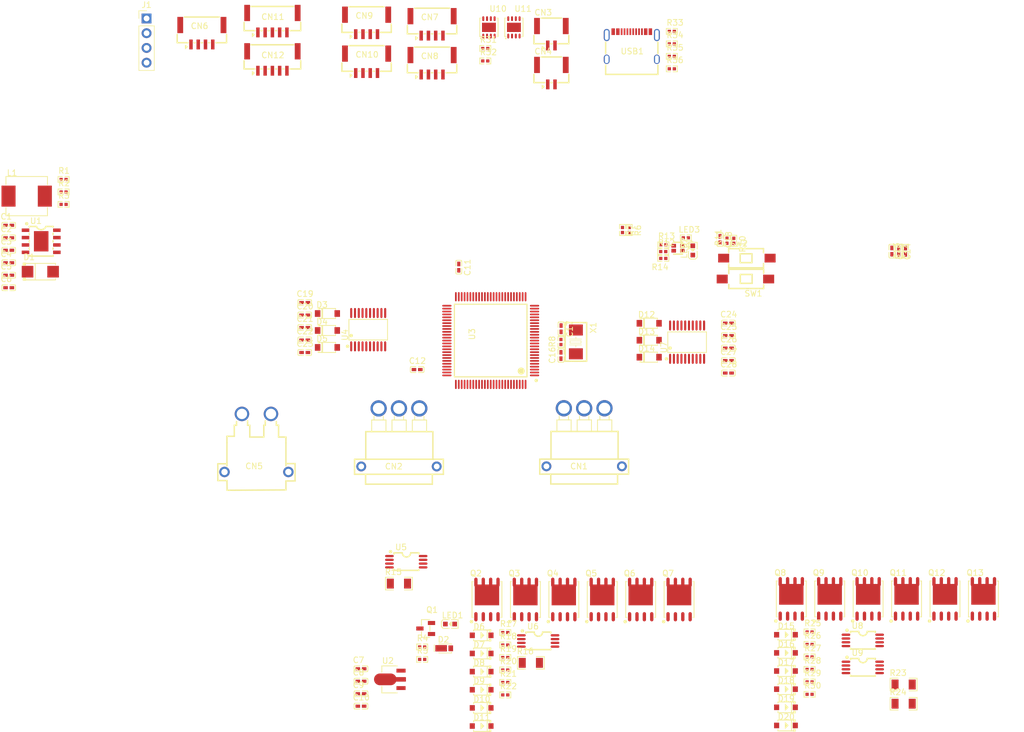
<source format=kicad_pcb>
(kicad_pcb (version 20240108) (generator "pcbnew") (generator_version "8.0")
  (layers (0 "F.Cu" signal) (31 "B.Cu" signal) (34 "B.Paste" user) (35 "F.Paste" user) (36 "B.SilkS" user "B.Silkscreen") (37 "F.SilkS" user "F.Silkscreen") (38 "B.Mask" user) (39 "F.Mask" user) (44 "Edge.Cuts" user))
  (net 0 "")
  (net 1 "Net-(U1-BOOT)")
  (net 2 "PH")
  (net 3 "Net-(C2-Pad1)")
  (net 4 "5V_DC")
  (net 5 "GND")
  (net 6 "VCC")
  (net 7 "3V3")
  (net 8 "Net-(U3A-VCAP_1)")
  (net 9 "Net-(U3A-VCAP_2)")
  (net 10 "PH0-OSC_IN(PH0)")
  (net 11 "PH1-OSC_OUT(PH1)")
  (net 12 "NRST")
  (net 13 "Net-(U4-VCC)")
  (net 14 "M0_OUT1")
  (net 15 "Net-(D3-K)")
  (net 16 "M0_OUT2")
  (net 17 "Net-(D4-K)")
  (net 18 "Net-(D5-K)")
  (net 19 "M0_OUT3")
  (net 20 "5V")
  (net 21 "Net-(LED1-A)")
  (net 22 "LED")
  (net 23 "Net-(LED2-A)")
  (net 24 "Net-(LED3-B-)")
  (net 25 "Net-(LED3-R-)")
  (net 26 "Net-(LED3-G-)")
  (net 27 "5V_USB")
  (net 28 "VSNS")
  (net 29 "Net-(U3A-PB2-BOOT1(PB2))")
  (net 30 "Net-(U3A-BOOT0)")
  (net 31 "BOTTON")
  (net 32 "RGB-G")
  (net 33 "RGB-B")
  (net 34 "RGB-R")
  (net 38 "PE5")
  (net 39 "ADC1-IN0")
  (net 40 "PE0")
  (net 41 "M0-IN3")
  (net 42 "PB7")
  (net 43 "PE14")
  (net 44 "PD4")
  (net 45 "PE4")
  (net 46 "PE8")
  (net 47 "PC9")
  (net 48 "I2C2-SDA")
  (net 49 "PE15")
  (net 50 "SPI2-MOSI")
  (net 51 "PC1")
  (net 52 "PC2")
  (net 53 "PA15")
  (net 54 "PB12")
  (net 55 "PC11")
  (net 56 "SWDIO")
  (net 57 "M1-IN2")
  (net 58 "ADC1-IN2")
  (net 59 "PA8")
  (net 60 "M1-IN1")
  (net 61 "PC10")
  (net 62 "UART3-RX")
  (net 63 "UART2-TX")
  (net 64 "SPI1-MISO")
  (net 65 "I2C1-SDA")
  (net 66 "FDCAN2-TX")
  (net 67 "PA4")
  (net 68 "I2C1-SCL")
  (net 69 "UART1-RX")
  (net 70 "UART2-RX")
  (net 71 "M0-IN1")
  (net 72 "FDCAN1-RX")
  (net 73 "PE7")
  (net 74 "PC0")
  (net 75 "PC12")
  (net 76 "UART1-TX")
  (net 77 "PB4")
  (net 78 "PE3")
  (net 79 "PE2")
  (net 80 "UART3-TX")
  (net 81 "ADC1-IN3")
  (net 82 "PB3")
  (net 83 "PC8")
  (net 84 "PD11")
  (net 85 "PB0")
  (net 86 "FDCAN2-RX")
  (net 87 "PE6")
  (net 88 "USB-DM")
  (net 89 "PC15")
  (net 90 "M0-IN2")
  (net 91 "PB1")
  (net 92 "SWCLK")
  (net 93 "I2C2-SCL")
  (net 94 "PD2")
  (net 95 "M1-IN3")
  (net 96 "PD3")
  (net 97 "PD10")
  (net 98 "PC4")
  (net 99 "ADC1-IN1")
  (net 100 "PC3")
  (net 101 "SPI1-MOSI")
  (net 102 "FDCAN1-TX")
  (net 103 "PD7")
  (net 104 "PE10")
  (net 105 "PC5")
  (net 106 "USB-DP")
  (net 107 "PE1")
  (net 108 "SPI2-SCK")
  (net 109 "PE12")
  (net 110 "SPI1-SCK")
  (net 111 "SPI2-MISO")
  (net 112 "M0_GH3")
  (net 113 "M0_GH1")
  (net 114 "M0_GL3")
  (net 115 "M0_GL2")
  (net 116 "M0_GH2")
  (net 117 "M0_GL1")
  (net 118 "Net-(U5-IN+)")
  (net 120 "Net-(D6-A)")
  (net 121 "Net-(D7-A)")
  (net 122 "Net-(D8-A)")
  (net 123 "Net-(D9-A)")
  (net 124 "Net-(D10-A)")
  (net 125 "Net-(D11-A)")
  (net 126 "M0_OUT1_P")
  (net 127 "PGND")
  (net 128 "M0_OUT2_P")
  (net 129 "Net-(U6-IN+)")
  (net 131 "Net-(U7-VCC)")
  (net 132 "M1_OUT1")
  (net 133 "Net-(D12-K)")
  (net 134 "Net-(D13-K)")
  (net 135 "M1_OUT2")
  (net 136 "M1_OUT3")
  (net 137 "Net-(D14-K)")
  (net 138 "Net-(D15-A)")
  (net 139 "M1_GH1")
  (net 140 "Net-(D16-A)")
  (net 141 "M1_GL1")
  (net 142 "Net-(D17-A)")
  (net 143 "M1_GH2")
  (net 144 "Net-(D18-A)")
  (net 145 "M1_GL2")
  (net 146 "M1_GH3")
  (net 147 "Net-(D19-A)")
  (net 148 "Net-(D20-A)")
  (net 149 "M1_GL3")
  (net 150 "M1_OUT1_P")
  (net 151 "M1_OUT2_P")
  (net 152 "Net-(U8-IN+)")
  (net 153 "Net-(U9-IN+)")
  (net 156 "FDCAN1-H")
  (net 157 "FDCAN1-L")
  (net 158 "FDCAN2-L")
  (net 159 "FDCAN2-H")
  (net 160 "Net-(USB1-SBU2)")
  (net 161 "Net-(USB1-SBU1)")
  (net 162 "DM")
  (net 163 "DP")
  (net 164 "5V-USB")
  (footprint "Ts_Foc_Vo封装库:Res_0402" (layer "F.Cu") (at 91.15 -17.3835)
    (property "Reference" "R34" (at -1 -1.5 0) (layer "F.SilkS") (effects (justify left)))
    (property "Value" "5.1K")
    (pad "1" smd rect (at -0.433 0) (size 0.566 0.54) (layers "F.Cu" "F.Paste" "F.Mask") (net 5 "GND"))
    (pad "2" smd rect (at 0.433 0) (size 0.566 0.54) (layers "F.Cu" "F.Paste" "F.Mask") (net 161 "Net-(USB1-SBU1)"))
  )
  (footprint "Ts_Foc_Vo封装库:DSK_34_SOD-123" (layer "F.Cu") (at 87.25 33.67)
    (property "Reference" "D13" (at -2 -1.5 0) (layer "F.SilkS") (effects (justify left)))
    (property "Value" "DSK34")
    (pad "1" smd rect (at -1.692 0) (size 0.95 1.15) (layers "F.Cu" "F.Paste" "F.Mask") (net 134 "Net-(D13-K)"))
    (pad "2" smd rect (at 1.692 0) (size 0.95 1.15) (layers "F.Cu" "F.Paste" "F.Mask") (net 20 "5V"))
  )
  (footprint "Ts_Foc_Vo封装库:DSK_34_SOD-123" (layer "F.Cu") (at 87.25 36.59)
    (property "Reference" "D14" (at -2 -1.5 0) (layer "F.SilkS") (effects (justify left)))
    (property "Value" "DSK34")
    (pad "1" smd rect (at -1.692 0) (size 0.95 1.15) (layers "F.Cu" "F.Paste" "F.Mask") (net 137 "Net-(D14-K)"))
    (pad "2" smd rect (at 1.692 0) (size 0.95 1.15) (layers "F.Cu" "F.Paste" "F.Mask") (net 20 "5V"))
  )
  (footprint "Ts_Foc_Vo封装库:CAP_0402" (layer "F.Cu") (at -23.07 24.623)
    (property "Reference" "C6" (at -1.5 -1.5 0) (layer "F.SilkS") (effects (justify left)))
    (property "Value" "10uf")
    (pad "1" smd rect (at -0.545 0) (size 0.79 0.54) (layers "F.Cu" "F.Paste" "F.Mask") (net 5 "GND"))
    (pad "2" smd rect (at 0.545 0) (size 0.79 0.54) (layers "F.Cu" "F.Paste" "F.Mask") (net 6 "VCC"))
  )
  (footprint "Ts_Foc_Vo封装库:SIT1050TK_TDFN-8" (layer "F.Cu") (at 63.95 -20.22)
    (property "Reference" "U11" (at 0 -3.207 0) (layer "F.SilkS") (effects (justify left)))
    (property "Value" "SIT1050TK")
    (pad "1" smd oval (at -0.975 1.495) (size 0.35 0.84) (layers "F.Cu" "F.Paste" "F.Mask") (net 66 "FDCAN2-TX"))
    (pad "2" smd oval (at -0.325 1.495) (size 0.35 0.84) (layers "F.Cu" "F.Paste" "F.Mask") (net 5 "GND"))
    (pad "3" smd oval (at 0.325 1.495) (size 0.35 0.84) (layers "F.Cu" "F.Paste" "F.Mask") (net 20 "5V"))
    (pad "4" smd oval (at 0.975 1.495) (size 0.35 0.84) (layers "F.Cu" "F.Paste" "F.Mask") (net 86 "FDCAN2-RX"))
    (pad "5" smd oval (at 0.975 -1.495) (size 0.35 0.84) (layers "F.Cu" "F.Paste" "F.Mask") (net 6 "VCC"))
    (pad "6" smd oval (at 0.325 -1.495) (size 0.35 0.84) (layers "F.Cu" "F.Paste" "F.Mask") (net 158 "FDCAN2-L"))
    (pad "7" smd oval (at -0.325 -1.495) (size 0.35 0.84) (layers "F.Cu" "F.Paste" "F.Mask") (net 159 "FDCAN2-H"))
    (pad "8" smd oval (at -0.975 -1.495) (size 0.35 0.84) (layers "F.Cu" "F.Paste" "F.Mask") (net 5 "GND"))
    (pad "9" smd rect (at 0 0) (size 2.4 1.6) (layers "F.Cu" "F.Paste" "F.Mask") (net 5 "GND"))
  )
  (footprint "Ts_Foc_Vo封装库:Res_0402" (layer "F.Cu") (at 72.05 33.975 90)
    (property "Reference" "R8" (at -1 -1.5 90) (layer "F.SilkS") (effects (justify left)))
    (property "Value" "1M")
    (pad "1" smd rect (at -0.433 0 90) (size 0.566 0.54) (layers "F.Cu" "F.Paste" "F.Mask") (net 10 "PH0-OSC_IN(PH0)"))
    (pad "2" smd rect (at 0.433 0 90) (size 0.566 0.54) (layers "F.Cu" "F.Paste" "F.Mask") (net 11 "PH1-OSC_OUT(PH1)"))
  )
  (footprint "Ts_Foc_Vo封装库:GH1.25_CONN-SMD_4P-P1.25" (layer "F.Cu") (at 49.85 -13.775)
    (property "Reference" "CN8" (at -2 -1.5 0) (layer "F.SilkS") (effects (justify left)))
    (property "Value" "GH1.25-4P")
    (pad "1" smd rect (at -1.875 1.675 180) (size 0.6 1.7) (layers "F.Cu" "F.Paste" "F.Mask") (net 63 "UART2-TX"))
    (pad "2" smd rect (at -0.625 1.675 180) (size 0.6 1.7) (layers "F.Cu" "F.Paste" "F.Mask") (net 70 "UART2-RX"))
    (pad "3" smd rect (at 0.625 1.675 180) (size 0.6 1.7) (layers "F.Cu" "F.Paste" "F.Mask") (net 7 "3V3"))
    (pad "4" smd rect (at 1.875 1.675 180) (size 0.6 1.7) (layers "F.Cu" "F.Paste" "F.Mask") (net 5 "GND"))
    (pad "5" smd rect (at 3.725 -1.675 180) (size 1 2.8) (layers "F.Cu" "F.Paste" "F.Mask") (net 5 "GND"))
    (pad "6" smd rect (at -3.725 -1.675 180) (size 1 2.8) (layers "F.Cu" "F.Paste" "F.Mask") (net 5 "GND"))
  )
  (footprint "Ts_Foc_Vo封装库:RU3089M-C_PQFN-8" (layer "F.Cu") (at 118.344 78.225)
    (property "Reference" "Q9" (at -3 -4.5 0) (layer "F.SilkS") (effects (justify left)))
    (property "Value" "RU3089M-C")
    (pad "1" smd oval (at -1.905 2.97) (size 0.574 1.6) (layers "F.Cu" "F.Paste" "F.Mask") (net 127 "PGND"))
    (pad "2" smd oval (at -0.635 2.97) (size 0.574 1.6) (layers "F.Cu" "F.Paste" "F.Mask") (net 127 "PGND"))
    (pad "3" smd oval (at 0.635 2.97) (size 0.574 1.6) (layers "F.Cu" "F.Paste" "F.Mask") (net 127 "PGND"))
    (pad "4" smd oval (at 1.905 2.97) (size 0.574 1.6) (layers "F.Cu" "F.Paste" "F.Mask") (net 140 "Net-(D16-A)"))
    (pad "5" smd oval (at 1.905 -2.97) (size 0.574 1.6) (layers "F.Cu" "F.Paste" "F.Mask") (net 150 "M1_OUT1_P"))
    (pad "6" smd oval (at 0.635 -2.97) (size 0.574 1.6) (layers "F.Cu" "F.Paste" "F.Mask") (net 150 "M1_OUT1_P"))
    (pad "7" smd oval (at -0.635 -2.97) (size 0.574 1.6) (layers "F.Cu" "F.Paste" "F.Mask") (net 150 "M1_OUT1_P"))
    (pad "8" smd oval (at -1.905 -2.97) (size 0.574 1.6) (layers "F.Cu" "F.Paste" "F.Mask") (net 150 "M1_OUT1_P"))
    (pad "9" smd rect (at 0 -0.788) (size 4.2 3.58) (layers "F.Cu" "F.Paste" "F.Mask") (net 150 "M1_OUT1_P"))
  )
  (footprint "Ts_Foc_Vo封装库:RU3089M-C_PQFN-8" (layer "F.Cu") (at 138.201 78.225)
    (property "Reference" "Q12" (at -3 -4.5 0) (layer "F.SilkS") (effects (justify left)))
    (property "Value" "RU3089M-C")
    (pad "1" smd oval (at -1.905 2.97) (size 0.574 1.6) (layers "F.Cu" "F.Paste" "F.Mask") (net 136 "M1_OUT3"))
    (pad "2" smd oval (at -0.635 2.97) (size 0.574 1.6) (layers "F.Cu" "F.Paste" "F.Mask") (net 136 "M1_OUT3"))
    (pad "3" smd oval (at 0.635 2.97) (size 0.574 1.6) (layers "F.Cu" "F.Paste" "F.Mask") (net 136 "M1_OUT3"))
    (pad "4" smd oval (at 1.905 2.97) (size 0.574 1.6) (layers "F.Cu" "F.Paste" "F.Mask") (net 147 "Net-(D19-A)"))
    (pad "5" smd oval (at 1.905 -2.97) (size 0.574 1.6) (layers "F.Cu" "F.Paste" "F.Mask") (net 6 "VCC"))
    (pad "6" smd oval (at 0.635 -2.97) (size 0.574 1.6) (layers "F.Cu" "F.Paste" "F.Mask") (net 6 "VCC"))
    (pad "7" smd oval (at -0.635 -2.97) (size 0.574 1.6) (layers "F.Cu" "F.Paste" "F.Mask") (net 6 "VCC"))
    (pad "8" smd oval (at -1.905 -2.97) (size 0.574 1.6) (layers "F.Cu" "F.Paste" "F.Mask") (net 6 "VCC"))
    (pad "9" smd rect (at 0 -0.788) (size 4.2 3.58) (layers "F.Cu" "F.Paste" "F.Mask") (net 6 "VCC"))
  )
  (footprint "Ts_Foc_Vo封装库:CAP_0402" (layer "F.Cu") (at 27.916 29.333)
    (property "Reference" "C20" (at -1.5 -1.5 0) (layer "F.SilkS") (effects (justify left)))
    (property "Value" "100nf")
    (pad "1" smd rect (at -0.545 0) (size 0.79 0.54) (layers "F.Cu" "F.Paste" "F.Mask") (net 5 "GND"))
    (pad "2" smd rect (at 0.545 0) (size 0.79 0.54) (layers "F.Cu" "F.Paste" "F.Mask") (net 13 "Net-(U4-VCC)"))
  )
  (footprint "Ts_Foc_Vo封装库:Res_0402" (layer "F.Cu") (at 114.878 86.06)
    (property "Reference" "R26" (at -1 -1.5 0) (layer "F.SilkS") (effects (justify left)))
    (property "Value" "2.2r")
    (pad "1" smd rect (at -0.433 0) (size 0.566 0.54) (layers "F.Cu" "F.Paste" "F.Mask") (net 140 "Net-(D16-A)"))
    (pad "2" smd rect (at 0.433 0) (size 0.566 0.54) (layers "F.Cu" "F.Paste" "F.Mask") (net 141 "M1_GL1"))
  )
  (footprint "Ts_Foc_Vo封装库:INA240A2PWR_TSSOP-8" (layer "F.Cu") (at 124.038 85.370978)
    (property "Reference" "U8" (at -2 -2.5 180) (layer "F.SilkS") (effects (justify left)))
    (property "Value" "INA240A2PWR")
    (pad "1" smd oval (at -2.9 -0.975 90) (size 0.4 1.5) (layers "F.Cu" "F.Paste" "F.Mask"))
    (pad "2" smd oval (at -2.9 -0.325 90) (size 0.4 1.5) (layers "F.Cu" "F.Paste" "F.Mask") (net 152 "Net-(U8-IN+)"))
    (pad "3" smd oval (at -2.9 0.325 90) (size 0.4 1.5) (layers "F.Cu" "F.Paste" "F.Mask") (net 150 "M1_OUT1_P"))
    (pad "4" smd oval (at -2.9 0.975 90) (size 0.4 1.5) (layers "F.Cu" "F.Paste" "F.Mask") (net 5 "GND"))
    (pad "5" smd oval (at 2.9 0.975 90) (size 0.4 1.5) (layers "F.Cu" "F.Paste" "F.Mask") (net 7 "3V3"))
    (pad "6" smd oval (at 2.9 0.325 90) (size 0.4 1.5) (layers "F.Cu" "F.Paste" "F.Mask") (net 7 "3V3"))
    (pad "7" smd oval (at 2.9 -0.325 90) (size 0.4 1.5) (layers "F.Cu" "F.Paste" "F.Mask") (net 5 "GND"))
    (pad "8" smd oval (at 2.9 -0.975 90) (size 0.4 1.5) (layers "F.Cu" "F.Paste" "F.Mask") (net 58 "ADC1-IN2"))
  )
  (footprint "Ts_Foc_Vo封装库:SIT1050TK_TDFN-8" (layer "F.Cu") (at 59.646 -20.22)
    (property "Reference" "U10" (at 0 -3.207 0) (layer "F.SilkS") (effects (justify left)))
    (property "Value" "SIT1050TK")
    (pad "1" smd oval (at -0.975 1.495) (size 0.35 0.84) (layers "F.Cu" "F.Paste" "F.Mask") (net 102 "FDCAN1-TX"))
    (pad "2" smd oval (at -0.325 1.495) (size 0.35 0.84) (layers "F.Cu" "F.Paste" "F.Mask") (net 5 "GND"))
    (pad "3" smd oval (at 0.325 1.495) (size 0.35 0.84) (layers "F.Cu" "F.Paste" "F.Mask") (net 20 "5V"))
    (pad "4" smd oval (at 0.975 1.495) (size 0.35 0.84) (layers "F.Cu" "F.Paste" "F.Mask") (net 72 "FDCAN1-RX"))
    (pad "5" smd oval (at 0.975 -1.495) (size 0.35 0.84) (layers "F.Cu" "F.Paste" "F.Mask") (net 6 "VCC"))
    (pad "6" smd oval (at 0.325 -1.495) (size 0.35 0.84) (layers "F.Cu" "F.Paste" "F.Mask") (net 157 "FDCAN1-L"))
    (pad "7" smd oval (at -0.325 -1.495) (size 0.35 0.84) (layers "F.Cu" "F.Paste" "F.Mask") (net 156 "FDCAN1-H"))
    (pad "8" smd oval (at -0.975 -1.495) (size 0.35 0.84) (layers "F.Cu" "F.Paste" "F.Mask") (net 5 "GND"))
    (pad "9" smd rect (at 0 0) (size 2.4 1.6) (layers "F.Cu" "F.Paste" "F.Mask") (net 5 "GND"))
  )
  (footprint "Ts_Foc_Vo封装库:1N4148W_SOD-123" (layer "F.Cu") (at 58.389 93.872)
    (property "Reference" "D9" (at -1.5 -1.5 0) (layer "F.SilkS") (effects (justify left)))
    (property "Value" "1N4148W")
    (pad "1" smd rect (at -1.61 0 180) (size 0.88 0.96) (layers "F.Cu" "F.Paste" "F.Mask") (net 123 "Net-(D9-A)"))
    (pad "2" smd rect (at 1.61 0 180) (size 0.88 0.96) (layers "F.Cu" "F.Paste" "F.Mask") (net 115 "M0_GL2"))
  )
  (footprint "Ts_Foc_Vo封装库:JSM2301S_SOT-23" (layer "F.Cu") (at 48.7535 83.3215)
    (property "Reference" "Q1" (at 0 -3.207 0) (layer "F.SilkS") (effects (justify left)))
    (property "Value" "JSM2301S")
    (pad "1" smd rect (at 1 0.95) (size 1.25 0.7) (layers "F.Cu" "F.Paste" "F.Mask") (net 4 "5V_DC"))
    (pad "2" smd rect (at 1 -0.95) (size 1.25 0.7) (layers "F.Cu" "F.Paste" "F.Mask") (net 20 "5V"))
    (pad "3" smd rect (at -1 0) (size 1.25 0.7) (layers "F.Cu" "F.Paste" "F.Mask") (net 27 "5V_USB"))
  )
  (footprint "Ts_Foc_Vo封装库:Res_0402" (layer "F.Cu") (at 62.459 84.01)
    (property "Reference" "R17" (at -1 -1.5 0) (layer "F.SilkS") (effects (justify left)))
    (property "Value" "2.2r")
    (pad "1" smd rect (at -0.433 0) (size 0.566 0.54) (layers "F.Cu" "F.Paste" "F.Mask") (net 120 "Net-(D6-A)"))
    (pad "2" smd rect (at 0.433 0) (size 0.566 0.54) (layers "F.Cu" "F.Paste" "F.Mask") (net 113 "M0_GH1"))
  )
  (footprint "Ts_Foc_Vo封装库:1N4148W_SOD-123" (layer "F.Cu") (at 110.808 100.022)
    (property "Reference" "D20" (at -1.5 -1.5 0) (layer "F.SilkS") (effects (justify left)))
    (property "Value" "1N4148W")
    (pad "1" smd rect (at -1.61 0 180) (size 0.88 0.96) (layers "F.Cu" "F.Paste" "F.Mask") (net 148 "Net-(D20-A)"))
    (pad "2" smd rect (at 1.61 0 180) (size 0.88 0.96) (layers "F.Cu" "F.Paste" "F.Mask") (net 149 "M1_GL3"))
  )
  (footprint "Ts_Foc_Vo封装库:DSK_34_SOD-123" (layer "F.Cu") (at 87.25 30.75)
    (property "Reference" "D12" (at -2 -1.5 0) (layer "F.SilkS") (effects (justify left)))
    (property "Value" "DSK34")
    (pad "1" smd rect (at -1.692 0) (size 0.95 1.15) (layers "F.Cu" "F.Paste" "F.Mask") (net 133 "Net-(D12-K)"))
    (pad "2" smd rect (at 1.692 0) (size 0.95 1.15) (layers "F.Cu" "F.Paste" "F.Mask") (net 20 "5V"))
  )
  (footprint "Ts_Foc_Vo封装库:CAP_0402" (layer "F.Cu") (at 72.075 31.683 -90)
    (property "Reference" "C17" (at -1.5 -1.5 90) (layer "F.SilkS") (effects (justify right)))
    (property "Value" "22pf")
    (pad "1" smd rect (at -0.545 0 270) (size 0.79 0.54) (layers "F.Cu" "F.Paste" "F.Mask") (net 5 "GND"))
    (pad "2" smd rect (at 0.545 0 270) (size 0.79 0.54) (layers "F.Cu" "F.Paste" "F.Mask") (net 11 "PH1-OSC_OUT(PH1)"))
  )
  (footprint "Ts_Foc_Vo封装库:CAP_0402" (layer "F.Cu") (at 47.28 38.725)
    (property "Reference" "C12" (at -1.5 -1.5 360) (layer "F.SilkS") (effects (justify left)))
    (property "Value" "2.2uf")
    (pad "1" smd rect (at -0.545 0) (size 0.79 0.54) (layers "F.Cu" "F.Paste" "F.Mask") (net 5 "GND"))
    (pad "2" smd rect (at 0.545 0) (size 0.79 0.54) (layers "F.Cu" "F.Paste" "F.Mask") (net 9 "Net-(U3A-VCAP_2)"))
  )
  (footprint "Ts_Foc_Vo封装库:Res_1206" (layer "F.Cu") (at 131.075 96.28)
    (property "Reference" "R24" (at -2.5 -2 0) (layer "F.SilkS") (effects (justify left)))
    (property "Value" "10mr")
    (pad "1" smd rect (at -1.479 0) (size 1.208 1.701) (layers "F.Cu" "F.Paste" "F.Mask") (net 151 "M1_OUT2_P"))
    (pad "2" smd rect (at 1.479 0) (size 1.208 1.701) (layers "F.Cu" "F.Paste" "F.Mask") (net 153 "Net-(U9-IN+)"))
  )
  (footprint "Ts_Foc_Vo封装库:CAP_0402" (layer "F.Cu") (at -23.07 22.473)
    (property "Reference" "C5" (at -1.5 -1.5 0) (layer "F.SilkS") (effects (justify left)))
    (property "Value" "100nf")
    (pad "1" smd rect (at -0.545 0) (size 0.79 0.54) (layers "F.Cu" "F.Paste" "F.Mask") (net 5 "GND"))
    (pad "2" smd rect (at 0.545 0) (size 0.79 0.54) (layers "F.Cu" "F.Paste" "F.Mask") (net 6 "VCC"))
  )
  (footprint "Ts_Foc_Vo封装库:Res_0402" (layer "F.Cu") (at 59.014 -16.59)
    (property "Reference" "R31" (at -1 -1.5 0) (layer "F.SilkS") (effects (justify left)))
    (property "Value" "120r")
    (pad "1" smd rect (at -0.433 0) (size 0.566 0.54) (layers "F.Cu" "F.Paste" "F.Mask") (net 157 "FDCAN1-L"))
    (pad "2" smd rect (at 0.433 0) (size 0.566 0.54) (layers "F.Cu" "F.Paste" "F.Mask") (net 156 "FDCAN1-H"))
  )
  (footprint "Ts_Foc_Vo封装库:Res_0402" (layer "F.Cu") (at 62.459 90.46)
    (property "Reference" "R20" (at -1 -1.5 0) (layer "F.SilkS") (effects (justify left)))
    (property "Value" "2.2r")
    (pad "1" smd rect (at -0.433 0) (size 0.566 0.54) (layers "F.Cu" "F.Paste" "F.Mask") (net 123 "Net-(D9-A)"))
    (pad "2" smd rect (at 0.433 0) (size 0.566 0.54) (layers "F.Cu" "F.Paste" "F.Mask") (net 115 "M0_GL2"))
  )
  (footprint "Ts_Foc_Vo封装库:Res_0402" (layer "F.Cu") (at 114.878 83.91)
    (property "Reference" "R25" (at -1 -1.5 0) (layer "F.SilkS") (effects (justify left)))
    (property "Value" "2.2r")
    (pad "1" smd rect (at -0.433 0) (size 0.566 0.54) (layers "F.Cu" "F.Paste" "F.Mask") (net 138 "Net-(D15-A)"))
    (pad "2" smd rect (at 0.433 0) (size 0.566 0.54) (layers "F.Cu" "F.Paste" "F.Mask") (net 139 "M1_GH1"))
  )
  (footprint "Ts_Foc_Vo封装库:Res_0402" (layer "F.Cu") (at 114.878 92.51)
    (property "Reference" "R29" (at -1 -1.5 0) (layer "F.SilkS") (effects (justify left)))
    (property "Value" "2.2r")
    (pad "1" smd rect (at -0.433 0) (size 0.566 0.54) (layers "F.Cu" "F.Paste" "F.Mask") (net 147 "Net-(D19-A)"))
    (pad "2" smd rect (at 0.433 0) (size 0.566 0.54) (layers "F.Cu" "F.Paste" "F.Mask") (net 146 "M1_GH3"))
  )
  (footprint "Ts_Foc_Vo封装库:Res_0402" (layer "F.Cu") (at 91.15 -19.5335)
    (property "Reference" "R33" (at -1 -1.5 0) (layer "F.SilkS") (effects (justify left)))
    (property "Value" "5.1K")
    (pad "1" smd rect (at -0.433 0) (size 0.566 0.54) (layers "F.Cu" "F.Paste" "F.Mask") (net 5 "GND"))
    (pad "2" smd rect (at 0.433 0) (size 0.566 0.54) (layers "F.Cu" "F.Paste" "F.Mask") (net 160 "Net-(USB1-SBU2)"))
  )
  (footprint "Ts_Foc_Vo封装库:Res_0402" (layer "F.Cu") (at 62.459 92.61)
    (property "Reference" "R21" (at -1 -1.5 0) (layer "F.SilkS") (effects (justify left)))
    (property "Value" "2.2r")
    (pad "1" smd rect (at -0.433 0) (size 0.566 0.54) (layers "F.Cu" "F.Paste" "F.Mask") (net 124 "Net-(D10-A)"))
    (pad "2" smd rect (at 0.433 0) (size 0.566 0.54) (layers "F.Cu" "F.Paste" "F.Mask") (net 112 "M0_GH3"))
  )
  (footprint "Ts_Foc_Vo封装库:MR30PW-M30-G-Y" (layer "F.Cu") (at 44.15 50.4115)
    (property "Reference" "CN2" (at -2.5 5 0) (layer "F.SilkS") (effects (justify left)))
    (property "Value" "MR30PW-M30.G.Y")
    (pad "1" thru_hole circle (at -3.5 -5 180) (size 2.8 2.8) (drill oval 1.995 1.9) (layers "*.Cu" "*.Mask") (net 136 "M1_OUT3"))
    (pad "2" thru_hole circle (at 0 -5 180) (size 2.8 2.8) (drill oval 1.995 1.9) (layers "*.Cu" "*.Mask") (net 151 "M1_OUT2_P"))
    (pad "3" thru_hole circle (at 3.5 -5 180) (size 2.8 2.8) (drill oval 1.995 1.9) (layers "*.Cu" "*.Mask") (net 150 "M1_OUT1_P"))
    (pad "4" thru_hole circle (at 6.5 5 180) (size 1.7 1.7) (drill 1) (layers "*.Cu" "*.Mask") (net 5 "GND"))
    (pad "5" thru_hole circle (at -6.5 5 180) (size 1.7 1.7) (drill 1) (layers "*.Cu" "*.Mask") (net 5 "GND"))
  )
  (footprint "Ts_Foc_Vo封装库:Res_0402" (layer "F.Cu") (at 83.825 14.683 -90)
    (property "Reference" "R6" (at -1 -1.5 90) (layer "F.SilkS") (effects (justify right)))
    (property "Value" "10k")
    (pad "1" smd rect (at -0.433 0 270) (size 0.566 0.54) (layers "F.Cu" "F.Paste" "F.Mask") (net 5 "GND"))
    (pad "2" smd rect (at 0.433 0 270) (size 0.566 0.54) (layers "F.Cu" "F.Paste" "F.Mask") (net 29 "Net-(U3A-PB2-BOOT1(PB2))"))
  )
  (footprint "Ts_Foc_Vo封装库:1N4148W_SOD-123" (layer "F.Cu") (at 58.389 100.122)
    (property "Reference" "D11" (at -1.5 -1.5 0) (layer "F.SilkS") (effects (justify left)))
    (property "Value" "1N4148W")
    (pad "1" smd rect (at -1.61 0 180) (size 0.88 0.96) (layers "F.Cu" "F.Paste" "F.Mask") (net 125 "Net-(D11-A)"))
    (pad "2" smd rect (at 1.61 0 180) (size 0.88 0.96) (layers "F.Cu" "F.Paste" "F.Mask") (net 114 "M0_GL3"))
  )
  (footprint "Ts_Foc_Vo封装库:Res_0402" (layer "F.Cu") (at 101.825 16.542 -90)
    (property "Reference" "R10" (at -1 -1.5 90) (layer "F.SilkS") (effects (justify right)))
    (property "Value" "10k")
    (pad "1" smd rect (at -0.433 0 270) (size 0.566 0.54) (layers "F.Cu" "F.Paste" "F.Mask") (net 7 "3V3"))
    (pad "2" smd rect (at 0.433 0 270) (size 0.566 0.54) (layers "F.Cu" "F.Paste" "F.Mask") (net 31 "BOTTON"))
  )
  (footprint "Ts_Foc_Vo封装库:STM32_F407_VET6_LQFP-100" (layer "F.Cu") (at 59.95 33.725 90)
    (property "Reference" "U3" (at 0 -3.207 90) (layer "F.SilkS") (effects (justify left)))
    (property "Value" "STM32F407VET6")
    (pad "1" smd oval (at -6 7.55 90) (size 0.3 1.6) (layers "F.Cu" "F.Paste" "F.Mask") (net 79 "PE2"))
    (pad "2" smd oval (at -5.5 7.55 90) (size 0.3 1.6) (layers "F.Cu" "F.Paste" "F.Mask") (net 78 "PE3"))
    (pad "3" smd oval (at -5 7.55 90) (size 0.3 1.6) (layers "F.Cu" "F.Paste" "F.Mask") (net 45 "PE4"))
    (pad "4" smd oval (at -4.5 7.55 90) (size 0.3 1.6) (layers "F.Cu" "F.Paste" "F.Mask") (net 38 "PE5"))
    (pad "5" smd oval (at -4 7.55 90) (size 0.3 1.6) (layers "F.Cu" "F.Paste" "F.Mask") (net 87 "PE6"))
    (pad "6" smd oval (at -3.5 7.55 90) (size 0.3 1.6) (layers "F.Cu" "F.Paste" "F.Mask") (net 7 "3V3"))
    (pad "7" smd oval (at -3 7.55 90) (size 0.3 1.6) (layers "F.Cu" "F.Paste" "F.Mask") (net 22 "LED"))
    (pad "8" smd oval (at -2.5 7.55 90) (size 0.3 1.6) (layers "F.Cu" "F.Paste" "F.Mask") (net 31 "BOTTON"))
    (pad "9" smd oval (at -2 7.55 90) (size 0.3 1.6) (layers "F.Cu" "F.Paste" "F.Mask") (net 89 "PC15"))
    (pad "10" smd oval (at -1.5 7.55 90) (size 0.3 1.6) (layers "F.Cu" "F.Paste" "F.Mask") (net 5 "GND"))
    (pad "11" smd oval (at -1 7.55 90) (size 0.3 1.6) (layers "F.Cu" "F.Paste" "F.Mask") (net 7 "3V3"))
    (pad "12" smd oval (at -0.5 7.55 90) (size 0.3 1.6) (layers "F.Cu" "F.Paste" "F.Mask") (net 10 "PH0-OSC_IN(PH0)"))
    (pad "13" smd oval (at 0 7.55 90) (size 0.3 1.6) (layers "F.Cu" "F.Paste" "F.Mask") (net 11 "PH1-OSC_OUT(PH1)"))
    (pad "14" smd oval (at 0.5 7.55 90) (size 0.3 1.6) (layers "F.Cu" "F.Paste" "F.Mask") (net 12 "NRST"))
    (pad "15" smd oval (at 1 7.55 90) (size 0.3 1.6) (layers "F.Cu" "F.Paste" "F.Mask") (net 74 "PC0"))
    (pad "16" smd oval (at 1.5 7.55 90) (size 0.3 1.6) (layers "F.Cu" "F.Paste" "F.Mask") (net 51 "PC1"))
    (pad "17" smd oval (at 2 7.55 90) (size 0.3 1.6) (layers "F.Cu" "F.Paste" "F.Mask") (net 52 "PC2"))
    (pad "18" smd oval (at 2.5 7.55 90) (size 0.3 1.6) (layers "F.Cu" "F.Paste" "F.Mask") (net 100 "PC3"))
    (pad "19" smd oval (at 3 7.55 90) (size 0.3 1.6) (layers "F.Cu" "F.Paste" "F.Mask") (net 7 "3V3"))
    (pad "20" smd oval (at 3.5 7.55 90) (size 0.3 1.6) (layers "F.Cu" "F.Paste" "F.Mask") (net 5 "GND"))
    (pad "21" smd oval (at 4 7.55 90) (size 0.3 1.6) (layers "F.Cu" "F.Paste" "F.Mask") (net 7 "3V3"))
    (pad "22" smd oval (at 4.5 7.55 90) (size 0.3 1.6) (layers "F.Cu" "F.Paste" "F.Mask") (net 7 "3V3"))
    (pad "23" smd oval (at 5 7.55 90) (size 0.3 1.6) (layers "F.Cu" "F.Paste" "F.Mask") (net 39 "ADC1-IN0"))
    (pad "24" smd oval (at 5.5 7.55 90) (size 0.3 1.6) (layers "F.Cu" "F.Paste" "F.Mask") (net 99 "ADC1-IN1"))
    (pad "25" smd oval (at 6 7.55 90) (size 0.3 1.6) (layers "F.Cu" "F.Paste" "F.Mask") (net 58 "ADC1-IN2"))
    (pad "26" smd oval (at 7.55 6 90) (size 1.6 0.3) (layers "F.Cu" "F.Paste" "F.Mask") (net 81 "ADC1-IN3"))
    (pad "27" smd oval (at 7.55 5.5 90) (size 1.6 0.3) (layers "F.Cu" "F.Paste" "F.Mask") (net 5 "GND"))
    (pad "28" smd oval (at 7.55 5 90) (size 1.6 0.3) (layers "F.Cu" "F.Paste" "F.Mask") (net 7 "3V3"))
    (pad "29" smd oval (at 7.55 4.5 90) (size 1.6 0.3) (layers "F.Cu" "F.Paste" "F.Mask") (net 67 "PA4"))
    (pad "30" smd oval (at 7.55 4 90) (size 1.6 0.3) (layers "F.Cu" "F.Paste" "F.Mask") (net 110 "SPI1-SCK"))
    (pad "31" smd oval (at 7.55 3.5 90) (size 1.6 0.3) (layers "F.Cu" "F.Paste" "F.Mask") (net 64 "SPI1-MISO"))
    (pad "32" smd oval (at 7.55 3 90) (size 1.6 0.3) (layers "F.Cu" "F.Paste" "F.Mask") (net 101 "SPI1-MOSI"))
    (pad "33" smd oval (at 7.55 2.5 90) (size 1.6 0.3) (layers "F.Cu" "F.Paste" "F.Mask") (net 98 "PC4"))
    (pad "34" smd oval (at 7.55 2 90) (size 1.6 0.3) (layers "F.Cu" "F.Paste" "F.Mask") (net 105 "PC5"))
    (pad "35" smd oval (at 7.55 1.5 90) (size 1.6 0.3) (layers "F.Cu" "F.Paste" "F.Mask") (net 85 "PB0"))
    (pad "36" smd oval (at 7.55 1 90) (size 1.6 0.3) (layers "F.Cu" "F.Paste" "F.Mask") (net 91 "PB1"))
    (pad "37" smd oval (at 7.55 0.5 90) (size 1.6 0.3) (layers "F.Cu" "F.Paste" "F.Mask") (net 29 "Net-(U3A-PB2-BOOT1(PB2))"))
    (pad "38" smd oval (at 7.55 0 90) (size 1.6 0.3) (layers "F.Cu" "F.Paste" "F.Mask") (net 73 "PE7"))
    (pad "39" smd oval (at 7.55 -0.5 90) (size 1.6 0.3) (layers "F.Cu" "F.Paste" "F.Mask") (net 46 "PE8"))
    (pad "40" smd oval (at 7.55 -1 90) (size 1.6 0.3) (layers "F.Cu" "F.Paste" "F.Mask") (net 34 "RGB-R"))
    (pad "41" smd oval (at 7.55 -1.5 90) (size 1.6 0.3) (layers "F.Cu" "F.Paste" "F.Mask") (net 104 "PE10"))
    (pad "42" smd oval (at 7.55 -2 90) (size 1.6 0.3) (layers "F.Cu" "F.Paste" "F.Mask") (net 32 "RGB-G"))
    (pad "43" smd oval (at 7.55 -2.5 90) (size 1.6 0.3) (layers "F.Cu" "F.Paste" "F.Mask") (net 109 "PE12"))
    (pad "44" smd oval (at 7.55 -3 90) (size 1.6 0.3) (layers "F.Cu" "F.Paste" "F.Mask") (net 33 "RGB-B"))
    (pad "45" smd oval (at 7.55 -3.5 90) (size 1.6 0.3) (layers "F.Cu" "F.Paste" "F.Mask") (net 43 "PE14"))
    (pad "46" smd oval (at 7.55 -4 90) (size 1.6 0.3) (layers "F.Cu" "F.Paste" "F.Mask") (net 49 "PE15"))
    (pad "47" smd oval (at 7.55 -4.5 90) (size 1.6 0.3) (layers "F.Cu" "F.Paste" "F.Mask") (net 93 "I2C2-SCL"))
    (pad "48" smd oval (at 7.55 -5 90) (size 1.6 0.3) (layers "F.Cu" "F.Paste" "F.Mask") (net 48 "I2C2-SDA"))
    (pad "49" smd oval (at 7.55 -5.5 90) (size 1.6 0.3) (layers "F.Cu" "F.Paste" "F.Mask") (net 8 "Net-(U3A-VCAP_1)"))
    (pad "50" smd oval (at 7.55 -6 90) (size 1.6 0.3) (layers "F.Cu" "F.Paste" "F.Mask") (net 7 "3V3"))
    (pad "51" smd oval (at 6 -7.55 90) (size 0.3 1.6) (layers "F.Cu" "F.Paste" "F.Mask") (net 54 "PB12"))
    (pad "52" smd oval (at 5.5 -7.55 90) (size 0.3 1.6) (layers "F.Cu" "F.Paste" "F.Mask") (net 108 "SPI2-SCK"))
    (pad "53" smd oval (at 5 -7.55 90) (size 0.3 1.6) (layers "F.Cu" "F.Paste" "F.Mask") (net 111 "SPI2-MISO"))
    (pad "54" smd oval (at 4.5 -7.55 90) (size 0.3 1.6) (layers "F.Cu" "F.Paste" "F.Mask") (net 50 "SPI2-MOSI"))
    (pad "55" smd oval (at 4 -7.55 90) (size 0.3 1.6) (layers "F.Cu" "F.Paste" "F.Mask") (net 80 "UART3-TX"))
    (pad "56" smd oval (at 3.5 -7.55 90) (size 0.3 1.6) (layers "F.Cu" "F.Paste" "F.Mask") (net 62 "UART3-RX"))
    (pad "57" smd oval (at 3 -7.55 90) (size 0.3 1.6) (layers "F.Cu" "F.Paste" "F.Mask") (net 97 "PD10"))
    (pad "58" smd oval (at 2.5 -7.55 90) (size 0.3 1.6) (layers "F.Cu" "F.Paste" "F.Mask") (net 84 "PD11"))
    (pad "59" smd oval (at 2 -7.55 90) (size 0.3 1.6) (layers "F.Cu" "F.Paste" "F.Mask") (net 60 "M1-IN1"))
    (pad "60" smd oval (at 1.5 -7.55 90) (size 0.3 1.6) (layers "F.Cu" "F.Paste" "F.Mask") (net 57 "M1-IN2"))
    (pad "61" smd oval (at 1 -7.55 90) (size 0.3 1.6) (layers "F.Cu" "F.Paste" "F.Mask") (net 95 "M1-IN3"))
    (pad "62" smd oval (at 0.5 -7.55 90) (size 0.3 1.6) (layers "F.Cu" "F.Paste" "F.Mask") (net 71 "M0-IN1"))
    (pad "63" smd oval (at 0 -7.55 90) (size 0.3 1.6) (layers "F.Cu" "F.Paste" "F.Mask") (net 90 "M0-IN2"))
    (pad "64" smd oval (at -0.5 -7.55 90) (size 0.3 1.6) (layers "F.Cu" "F.Paste" "F.Mask") (net 41 "M0-IN3"))
    (pad "65" smd oval (at -1 -7.55 90) (size 0.3 1.6) (layers "F.Cu" "F.Paste" "F.Mask") (net 83 "PC8"))
    (pad "66" smd oval (at -1.5 -7.55 90) (size 0.3 1.6) (layers "F.Cu" "F.Paste" "F.Mask") (net 47 "PC9"))
    (pad "67" smd oval (at -2 -7.55 90) (size 0.3 1.6) (layers "F.Cu" "F.Paste" "F.Mask") (net 59 "PA8"))
    (pad "68" smd oval (at -2.5 -7.55 90) (size 0.3 1.6) (layers "F.Cu" "F.Paste" "F.Mask") (net 76 "UART1-TX"))
    (pad "69" smd oval (at -3 -7.55 90) (size 0.3 1.6) (layers "F.Cu" "F.Paste" "F.Mask") (net 69 "UART1-RX"))
    (pad "70" smd oval (at -3.5 -7.55 90) (size 0.3 1.6) (layers "F.Cu" "F.Paste" "F.Mask") (net 88 "USB-DM"))
    (pad "71" smd oval (at -4 -7.55 90) (size 0.3 1.6) (layers "F.Cu" "F.Paste" "F.Mask") (net 106 "USB-DP"))
    (pad "72" smd oval (at -4.5 -7.55 90) (size 0.3 1.6) (layers "F.Cu" "F.Paste" "F.Mask") (net 56 "SWDIO"))
    (pad "73" smd oval (at -5 -7.55 90) (size 0.3 1.6) (layers "F.Cu" "F.Paste" "F.Mask") (net 9 "Net-(U3A-VCAP_2)"))
    (pad "74" smd oval (at -5.5 -7.55 90) (size 0.3 1.6) (layers "F.Cu" "F.Paste" "F.Mask") (net 5 "GND"))
    (pad "75" smd oval (at -6 -7.55 90) (size 0.3 1.6) (layers "F.Cu" "F.Paste" "F.Mask") (net 7 "3V3"))
    (pad "76" smd oval (at -7.55 -6 90) (size 1.6 0.3) (layers "F.Cu" "F.Paste" "F.Mask") (net 92 "SWCLK"))
    (pad "77" smd oval (at -7.55 -5.5 90) (size 1.6 0.3) (layers "F.Cu" "F.Paste" "F.Mask") (net 53 "PA15"))
    (pad "78" smd oval (at -7.55 -5 90) (size 1.6 0.3) (layers "F.Cu" "F.Paste" "F.Mask") (net 61 "PC10"))
    (pad "79" smd oval (at -7.55 -4.5 90) (size 1.6 0.3) (layers "F.Cu" "F.Paste" "F.Mask") (net 55 "PC11"))
    (pad "80" smd oval (at -7.55 -4 90) (size 1.6 0.3) (layers "F.Cu" "F.Paste" "F.Mask") (net 75 "PC12"))
    (pad "81" smd oval (at -7.55 -3.5 90) (size 1.6 0.3) (layers "F.Cu" "F.Paste" "F.Mask") (net 72 "FDCAN1-RX"))
    (pad "82" smd oval (at -7.55 -3 90) (size 1.6 0.3) (layers "F.Cu" "F.Paste" "F.Mask") (net 102 "FDCAN1-TX"))
    (pad "83" smd oval (at -7.55 -2.5 90) (size 1.6 0.3) (layers "F.Cu" "F.Paste" "F.Mask") (net 94 "PD2"))
    (pad "84" smd oval (at -7.55 -2 90) (size 1.6 0.3) (layers "F.Cu" "F.Paste" "F.Mask") (net 96 "PD3"))
    (pad "85" smd oval (at -7.55 -1.5 90) (size 1.6 0.3) (layers "F.Cu" "F.Paste" "F.Mask") (net 44 "PD4"))
    (pad "86" smd oval (at -7.55 -1 90) (size 1.6 0.3) (layers "F.Cu" "F.Paste" "F.Mask") (net 63 "UART2-TX"))
    (pad "87" smd oval (at -7.55 -0.5 90) (size 1.6 0.3) (layers "F.Cu" "F.Paste" "F.Mask") (net 70 "UART2-RX"))
    (pad "88" smd oval (at -7.55 0 90) (size 1.6 0.3) (layers "F.Cu" "F.Paste" "F.Mask") (net 103 "PD7"))
    (pad "89" smd oval (at -7.55 0.5 90) (size 1.6 0.3) (layers "F.Cu" "F.Paste" "F.Mask") (net 82 "PB3"))
    (pad "90" smd oval (at -7.55 1 90) (size 1.6 0.3) (layers "F.Cu" "F.Paste" "F.Mask") (net 77 "PB4"))
    (pad "91" smd oval (at -7.55 1.5 90) (size 1.6 0.3) (layers "F.Cu" "F.Paste" "F.Mask") (net 86 "FDCAN2-RX"))
    (pad "92" smd oval (at -7.55 2 90) (size 1.6 0.3) (layers "F.Cu" "F.Paste" "F.Mask") (net 66 "FDCAN2-TX"))
    (pad "93" smd oval (at -7.55 2.5 90) (size 1.6 0.3) (layers "F.Cu" "F.Paste" "F.Mask") (net 42 "PB7"))
    (pad "94" smd oval (at -7.55 3 90) (size 1.6 0.3) (layers "F.Cu" "F.Paste" "F.Mask") (net 30 "Net-(U3A-BOOT0)"))
    (pad "95" smd oval (at -7.55 3.5 90) (size 1.6 0.3) (layers "F.Cu" "F.Paste" "F.Mask") (net 68 "I2C1-SCL"))
    (pad "96" smd oval (at -7.55 4 90) (size 1.6 0.3) (layers "F.Cu" "F.Paste" "F.Mask") (net 65 "I2C1-SDA"))
    (pad "97" smd oval (at -7.55 4.5 90) (size 1.6 0.3) (layers "F.Cu" "F.Paste" "F.Mask") (net 40 "PE0"))
    (pad "98" smd oval (at -7.55 5 90) (size 1.6 0.3) (layers "F.Cu" "F.Paste" "F.Mask") (net 107 "PE1"))
    (pad "99" smd oval (at -7.55 5.5 90) (size 1.6 0.3) (layers "F.Cu" "F.Paste" "F.Mask") (net 5 "GND"))
    (pad "100" smd oval (at -7.55 6 90) (size 1.6 0.3) (layers "F.Cu" "F.Paste" "F.Mask") (net 7 "3V3"))
  )
  (footprint "Ts_Foc_Vo封装库:CAP_0402" (layer "F.Cu") (at 129.05 18.32 -90)
    (property "Reference" "C15" (at -1.5 -1.5 90) (layer "F.SilkS") (effects (justify right)))
    (property "Value" "10uf")
    (pad "1" smd rect (at -0.545 0 270) (size 0.79 0.54) (layers "F.Cu" "F.Paste" "F.Mask") (net 7 "3V3"))
    (pad "2" smd rect (at 0.545 0 270) (size 0.79 0.54) (layers "F.Cu" "F.Paste" "F.Mask") (net 5 "GND"))
  )
  (footprint "Ts_Foc_Vo封装库:CAP_0402" (layer "F.Cu") (at 100.895 30.725)
    (property "Reference" "C24" (at -1.5 -1.5 0) (layer "F.SilkS") (effects (justify left)))
    (property "Value" "1uf")
    (pad "1" smd rect (at -0.545 0) (size 0.79 0.54) (layers "F.Cu" "F.Paste" "F.Mask") (net 5 "GND"))
    (pad "2" smd rect (at 0.545 0) (size 0.79 0.54) (layers "F.Cu" "F.Paste" "F.Mask") (net 131 "Net-(U7-VCC)"))
  )
  (footprint "Ts_Foc_Vo封装库:EG2133_TSSOP" (layer "F.Cu") (at 93.7785 34)
    (property "Reference" "U7" (at -4 2 90) (layer "F.SilkS") (effects (justify left)))
    (property "Value" "EG2133")
    (pad "1" smd oval (at -2.925 2.871) (size 0.364 1.742) (layers "F.Cu" "F.Paste" "F.Mask") (net 60 "M1-IN1"))
    (pad "2" smd oval (at -2.275 2.871) (size 0.364 1.742) (layers "F.Cu" "F.Paste" "F.Mask") (net 57 "M1-IN2"))
    (pad "3" smd oval (at -1.625 2.871) (size 0.364 1.742) (layers "F.Cu" "F.Paste" "F.Mask") (net 95 "M1-IN3"))
    (pad "4" smd oval (at -0.975 2.871) (size 0.364 1.742) (layers "F.Cu" "F.Paste" "F.Mask") (net 60 "M1-IN1"))
    (pad "5" smd oval (at -0.325 2.871) (size 0.364 1.742) (layers "F.Cu" "F.Paste" "F.Mask") (net 57 "M1-IN2"))
    (pad "6" smd oval (at 0.325 2.871) (size 0.364 1.742) (layers "F.Cu" "F.Paste" "F.Mask") (net 95 "M1-IN3"))
    (pad "7" smd oval (at 0.975 2.871) (size 0.364 1.742) (layers "F.Cu" "F.Paste" "F.Mask") (net 131 "Net-(U7-VCC)"))
    (pad "8" smd oval (at 1.625 2.871) (size 0.364 1.742) (layers "F.Cu" "F.Paste" "F.Mask") (net 5 "GND"))
    (pad "9" smd oval (at 2.275 2.871) (size 0.364 1.742) (layers "F.Cu" "F.Paste" "F.Mask") (net 149 "M1_GL3"))
    (pad "10" smd oval (at 2.925 2.871) (size 0.364 1.742) (layers "F.Cu" "F.Paste" "F.Mask") (net 145 "M1_GL2"))
    (pad "11" smd oval (at 2.925 -2.871) (size 0.364 1.742) (layers "F.Cu" "F.Paste" "F.Mask") (net 141 "M1_GL1"))
    (pad "12" smd oval (at 2.275 -2.871) (size 0.364 1.742) (layers "F.Cu" "F.Paste" "F.Mask") (net 136 "M1_OUT3"))
    (pad "13" smd oval (at 1.625 -2.871) (size 0.364 1.742) (layers "F.Cu" "F.Paste" "F.Mask") (net 146 "M1_GH3"))
    (pad "14" smd oval (at 0.975 -2.871) (size 0.364 1.742) (layers "F.Cu" "F.Paste" "F.Mask") (net 137 "Net-(D14-K)"))
    (pad "15" smd oval (at 0.325 -2.871) (size 0.364 1.742) (layers "F.Cu" "F.Paste" "F.Mask") (net 135 "M1_OUT2"))
    (pad "16" smd oval (at -0.325 -2.871) (size 0.364 1.742) (layers "F.Cu" "F.Paste" "F.Mask") (net 143 "M1_GH2"))
    (pad "17" smd oval (at -0.975 -2.871) (size 0.364 1.742) (layers "F.Cu" "F.Paste" "F.Mask") (net 134 "Net-(D13-K)"))
    (pad "18" smd oval (at -1.625 -2.871) (size 0.364 1.742) (layers "F.Cu" "F.Paste" "F.Mask") (net 132 "M1_OUT1"))
    (pad "19" smd oval (at -2.275 -2.871) (size 0.364 1.742) (layers "F.Cu" "F.Paste" "F.Mask") (net 139 "M1_GH1"))
    (pad "20" smd oval (at -2.925 -2.871) (size 0.364 1.742) (layers "F.Cu" "F.Paste" "F.Mask") (net 133 "Net-(D12-K)"))
  )
  (footprint "Ts_Foc_Vo封装库:CAP_0402" (layer "F.Cu") (at 131.4 18.345 90)
    (property "Reference" "C13" (at -1.5 -1.5 90) (layer "F.SilkS") (effects (justify left)))
    (property "Value" "100nf")
    (pad "1" smd rect (at -0.545 0 90) (size 0.79 0.54) (layers "F.Cu" "F.Paste" "F.Mask") (net 5 "GND"))
    (pad "2" smd rect (at 0.545 0 90) (size 0.79 0.54) (layers "F.Cu" "F.Paste" "F.Mask") (net 7 "3V3"))
  )
  (footprint "Ts_Foc_Vo封装库:Res_0402" (layer "F.Cu") (at 62.459 86.16)
    (property "Reference" "R18" (at -1 -1.5 0) (layer "F.SilkS") (effects (justify left)))
    (property "Value" "2.2r")
    (pad "1" smd rect (at -0.433 0) (size 0.566 0.54) (layers "F.Cu" "F.Paste" "F.Mask") (net 121 "Net-(D7-A)"))
    (pad "2" smd rect (at 0.433 0) (size 0.566 0.54) (layers "F.Cu" "F.Paste" "F.Mask") (net 117 "M0_GL1"))
  )
  (footprint "Ts_Foc_Vo封装库:Res_0402" (layer "F.Cu") (at 82.65 14.683 -90)
    (property "Reference" "R7" (at -1 -1.5 90) (layer "F.SilkS") (effects (justify right)))
    (property "Value" "10k")
    (pad "1" smd rect (at -0.433 0 270) (size 0.566 0.54) (layers "F.Cu" "F.Paste" "F.Mask") (net 5 "GND"))
    (pad "2" smd rect (at 0.433 0 270) (size 0.566 0.54) (layers "F.Cu" "F.Paste" "F.Mask") (net 30 "Net-(U3A-BOOT0)"))
  )
  (footprint "Ts_Foc_Vo封装库:RU3089M-C_PQFN-8" (layer "F.Cu") (at 85.782 78.325)
    (property "Reference" "Q6" (at -3 -4.5 0) (layer "F.SilkS") (effects (justify left)))
    (property "Value" "RU3089M-C")
    (pad "1" smd oval (at -1.905 2.97) (size 0.574 1.6) (layers "F.Cu" "F.Paste" "F.Mask") (net 19 "M0_OUT3"))
    (pad "2" smd oval (at -0.635 2.97) (size 0.574 1.6) (layers "F.Cu" "F.Paste" "F.Mask") (net 19 "M0_OUT3"))
    (pad "3" smd oval (at 0.635 2.97) (size 0.574 1.6) (layers "F.Cu" "F.Paste" "F.Mask") (net 19 "M0_OUT3"))
    (pad "4" smd oval (at 1.905 2.97) (size 0.574 1.6) (layers "F.Cu" "F.Paste" "F.Mask") (net 124 "Net-(D10-A)"))
    (pad "5" smd oval (at 1.905 -2.97) (size 0.574 1.6) (layers "F.Cu" "F.Paste" "F.Mask") (net 6 "VCC"))
    (pad "6" smd oval (at 0.635 -2.97) (size 0.574 1.6) (layers "F.Cu" "F.Paste" "F.Mask") (net 6 "VCC"))
    (pad "7" smd oval (at -0.635 -2.97) (size 0.574 1.6) (layers "F.Cu" "F.Paste" "F.Mask") (net 6 "VCC"))
    (pad "8" smd oval (at -1.905 -2.97) (size 0.574 1.6) (layers "F.Cu" "F.Paste" "F.Mask") (net 6 "VCC"))
    (pad "9" smd rect (at 0 -0.788) (size 4.2 3.58) (layers "F.Cu" "F.Paste" "F.Mask") (net 6 "VCC"))
  )
  (footprint "Ts_Foc_Vo封装库:CAP_0402" (layer "F.Cu") (at 99.45 16.322 -90)
    (property "Reference" "C18" (at -1.5 -1.5 90) (layer "F.SilkS") (effects (justify right)))
    (property "Value" "22pf")
    (pad "1" smd rect (at -0.545 0 270) (size 0.79 0.54) (layers "F.Cu" "F.Paste" "F.Mask") (net 5 "GND"))
    (pad "2" smd rect (at 0.545 0 270) (size 0.79 0.54) (layers "F.Cu" "F.Paste" "F.Mask") (net 12 "NRST"))
  )
  (footprint "Ts_Foc_Vo封装库:Res_1206" (layer "F.Cu") (at 44.143 75.589022)
    (property "Reference" "R15" (at -2.5 -2 0) (layer "F.SilkS") (effects (justify left)))
    (property "Value" "10mr")
    (pad "1" smd rect (at -1.479 0) (size 1.208 1.701) (layers "F.Cu" "F.Paste" "F.Mask") (net 126 "M0_OUT1_P"))
    (pad "2" smd rect (at 1.479 0) (size 1.208 1.701) (layers "F.Cu" "F.Paste" "F.Mask") (net 118 "Net-(U5-IN+)"))
  )
  (footprint "Ts_Foc_Vo封装库:GH1.25_CONN-SMD_5P-P1.25" (layer "F.Cu") (at 22.35 -14.425)
    (property "Reference" "CN12" (at -2 -1 0) (layer "F.SilkS") (effects (justify left)))
    (property "Value" "GH1.25-5PLT")
    (pad "1" smd rect (at -2.5 1.675 180) (size 0.6 1.7) (layers "F.Cu" "F.Paste" "F.Mask") (net 5 "GND"))
    (pad "2" smd rect (at -1.25 1.675 180) (size 0.6 1.7) (layers "F.Cu" "F.Paste" "F.Mask") (net 7 "3V3"))
    (pad "3" smd rect (at 0 1.675 180) (size 0.6 1.7) (layers "F.Cu" "F.Paste" "F.Mask") (net 50 "SPI2-MOSI"))
    (pad "4" smd rect (at 1.25 1.675 180) (size 0.6 1.7) (layers "F.Cu" "F.Paste" "F.Mask") (net 111 "SPI2-MISO"))
    (pad "5" smd rect (at 2.5 1.675 180) (size 0.6 1.7) (layers "F.Cu" "F.Paste" "F.Mask") (net 108 "SPI2-SCK"))
    (pad "6" smd rect (at 4.35 -1.675 180) (size 1 2.8) (layers "F.Cu" "F.Paste" "F.Mask") (net 5 "GND"))
    (pad "7" smd rect (at -4.35 -1.675 180) (size 1 2.8) (layers "F.Cu" "F.Paste" "F.Mask") (net 5 "GND"))
  )
  (footprint "Ts_Foc_Vo封装库:CAP_0402" (layer "F.Cu") (at 100.895 32.875)
    (property "Reference" "C25" (at -1.5 -1.5 0) (layer "F.SilkS") (effects (justify left)))
    (property "Value" "100nf")
    (pad "1" smd rect (at -0.545 0) (size 0.79 0.54) (layers "F.Cu" "F.Paste" "F.Mask") (net 5 "GND"))
    (pad "2" smd rect (at 0.545 0) (size 0.79 0.54) (layers "F.Cu" "F.Paste" "F.Mask") (net 131 "Net-(U7-VCC)"))
  )
  (footprint "Ts_Foc_Vo封装库:CAP_0402" (layer "F.Cu") (at 100.895 37.175)
    (property "Reference" "C27" (at -1.5 -1.5 0) (layer "F.SilkS") (effects (justify left)))
    (property "Value" "100nf")
    (pad "1" smd rect (at -0.545 0) (size 0.79 0.54) (layers "F.Cu" "F.Paste" "F.Mask") (net 135 "M1_OUT2"))
    (pad "2" smd rect (at 0.545 0) (size 0.79 0.54) (layers "F.Cu" "F.Paste" "F.Mask") (net 134 "Net-(D13-K)"))
  )
  (footprint "Ts_Foc_Vo封装库:CAP_0402" (layer "F.Cu") (at 100.895 35.025)
    (property "Reference" "C26" (at -1.5 -1.5 0) (layer "F.SilkS") (effects (justify left)))
    (property "Value" "100nf")
    (pad "1" smd rect (at -0.545 0) (size 0.79 0.54) (layers "F.Cu" "F.Paste" "F.Mask") (net 132 "M1_OUT1"))
    (pad "2" smd rect (at 0.545 0) (size 0.79 0.54) (layers "F.Cu" "F.Paste" "F.Mask") (net 133 "Net-(D12-K)"))
  )
  (footprint "Connector_PinHeader_2.54mm:PinHeader_1x04_P2.54mm_Vertical" (layer "F.Cu") (at 0.675 -21.755)
    (property "Reference" "J1" (at 0 -2.33 0) (layer "F.SilkS"))
    (property "Value" "Conn_01x04")
    (pad "1" thru_hole rect (at 0 0) (size 1.7 1.7) (drill 1) (layers "*.Cu" "*.Mask") (net 56 "SWDIO"))
    (pad "2" thru_hole oval (at 0 2.54) (size 1.7 1.7) (drill 1) (layers "*.Cu" "*.Mask") (net 5 "GND"))
    (pad "3" thru_hole oval (at 0 5.08) (size 1.7 1.7) (drill 1) (layers "*.Cu" "*.Mask") (net 92 "SWCLK"))
    (pad "4" thru_hole oval (at 0 7.62) (size 1.7 1.7) (drill 1) (layers "*.Cu" "*.Mask") (net 7 "3V3"))
  )
  (footprint "Ts_Foc_Vo封装库:INA240A2PWR_TSSOP-8" (layer "F.Cu") (at 68.129 85.470978)
    (property "Reference" "U6" (at -2 -2.5 180) (layer "F.SilkS") (effects (justify left)))
    (property "Value" "INA240A2PWR")
    (pad "1" smd oval (at -2.9 -0.975 90) (size 0.4 1.5) (layers "F.Cu" "F.Paste" "F.Mask"))
    (pad "2" smd oval (at -2.9 -0.325 90) (size 0.4 1.5) (layers "F.Cu" "F.Paste" "F.Mask") (net 129 "Net-(U6-IN+)"))
    (pad "3" smd oval (at -2.9 0.325 90) (size 0.4 1.5) (layers "F.Cu" "F.Paste" "F.Mask") (net 128 "M0_OUT2_P"))
    (pad "4" smd oval (at -2.9 0.975 90) (size 0.4 1.5) (layers "F.Cu" "F.Paste" "F.Mask") (net 5 "GND"))
    (pad "5" smd oval (at 2.9 0.975 90) (size 0.4 1.5) (layers "F.Cu" "F.Paste" "F.Mask") (net 7 "3V3"))
    (pad "6" smd oval (at 2.9 0.325 90) (size 0.4 1.5) (layers "F.Cu" "F.Paste" "F.Mask") (net 7 "3V3"))
    (pad "7" smd oval (at 2.9 -0.325 90) (size 0.4 1.5) (layers "F.Cu" "F.Paste" "F.Mask") (net 5 "GND"))
    (pad "8" smd oval (at 2.9 -0.975 90) (size 0.4 1.5) (layers "F.Cu" "F.Paste" "F.Mask") (net 99 "ADC1-IN1"))
  )
  (footprint "Ts_Foc_Vo封装库:Res_1206" (layer "F.Cu") (at 66.866 89.24)
    (property "Reference" "R16" (at -2.5 -2 0) (layer "F.SilkS") (effects (justify left)))
    (property "Value" "10mr")
    (pad "1" smd rect (at -1.479 0) (size 1.208 1.701) (layers "F.Cu" "F.Paste" "F.Mask") (net 128 "M0_OUT2_P"))
    (pad "2" smd rect (at 1.479 0) (size 1.208 1.701) (layers "F.Cu" "F.Paste" "F.Mask") (net 129 "Net-(U6-IN+)"))
  )
  (footprint "Ts_Foc_Vo封装库:RU3089M-C_PQFN-8" (layer "F.Cu") (at 124.963 78.225)
    (property "Reference" "Q10" (at -3 -4.5 0) (layer "F.SilkS") (effects (justify left)))
    (property "Value" "RU3089M-C")
    (pad "1" smd oval (at -1.905 2.97) (size 0.574 1.6) (layers "F.Cu" "F.Paste" "F.Mask") (net 151 "M1_OUT2_P"))
    (pad "2" smd oval (at -0.635 2.97) (size 0.574 1.6) (layers "F.Cu" "F.Paste" "F.Mask") (net 151 "M1_OUT2_P"))
    (pad "3" smd oval (at 0.635 2.97) (size 0.574 1.6) (layers "F.Cu" "F.Paste" "F.Mask") (net 151 "M1_OUT2_P"))
    (pad "4" smd oval (at 1.905 2.97) (size 0.574 1.6) (layers "F.Cu" "F.Paste" "F.Mask") (net 142 "Net-(D17-A)"))
    (pad "5" smd oval (at 1.905 -2.97) (size 0.574 1.6) (layers "F.Cu" "F.Paste" "F.Mask") (net 6 "VCC"))
    (pad "6" smd oval (at 0.635 -2.97) (size 0.574 1.6) (layers "F.Cu" "F.Paste" "F.Mask") (net 6 "VCC"))
    (pad "7" smd oval (at -0.635 -2.97) (size 0.574 1.6) (layers "F.Cu" "F.Paste" "F.Mask") (net 6 "VCC"))
    (pad "8" smd oval (at -1.905 -2.97) (size 0.574 1.6) (layers "F.Cu" "F.Paste" "F.Mask") (net 6 "VCC"))
    (pad "9" smd rect (at 0 -0.788) (size 4.2 3.58) (layers "F.Cu" "F.Paste" "F.Mask") (net 6 "VCC"))
  )
  (footprint "Ts_Foc_Vo封装库:1N4148W_SOD-123" (layer "F.Cu") (at 110.808 96.897)
    (property "Reference" "D19" (at -1.5 -1.5 0) (layer "F.SilkS") (effects (justify left)))
    (property "Value" "1N4148W")
    (pad "1" smd rect (at -1.61 0 180) (size 0.88 0.96) (layers "F.Cu" "F.Paste" "F.Mask") (net 147 "Net-(D19-A)"))
    (pad "2" smd rect (at 1.61 0 180) (size 0.88 0.96) (layers "F.Cu" "F.Paste" "F.Mask") (net 146 "M1_GH3"))
  )
  (footprint "Ts_Foc_Vo封装库:B340A_SMA" (layer "F.Cu") (at -17.625 21.86)
    (property "Reference" "D1" (at -3 -2.5 0) (layer "F.SilkS") (effects (justify left)))
    (property "Value" "B340A")
    (pad "1" smd rect (at -2.2 0 180) (size 2 2) (layers "F.Cu" "F.Paste" "F.Mask") (net 2 "PH"))
    (pad "2" smd rect (at 2.2 0 180) (size 2 2) (layers "F.Cu" "F.Paste" "F.Mask") (net 5 "GND"))
  )
  (footprint "Ts_Foc_Vo封装库:Res_0402" (layer "F.Cu") (at 48.1485 86.4945)
    (property "Reference" "R4" (at -1 -1.5 0) (layer "F.SilkS") (effects (justify left)))
    (property "Value" "10k")
    (pad "1" smd rect (at -0.433 0) (size 0.566 0.54) (layers "F.Cu" "F.Paste" "F.Mask") (net 21 "Net-(LED1-A)"))
    (pad "2" smd rect (at 0.433 0) (size 0.566 0.54) (layers "F.Cu" "F.Paste" "F.Mask") (net 7 "3V3"))
  )
  (footprint "Ts_Foc_Vo封装库:XT30PW-M" (layer "F.Cu") (at 19.6 51.3615)
    (property "Reference" "CN5" (at -2 4 0) (layer "F.SilkS") (effects (justify left)))
    (property "Value" "XT30PW-M")
    (pad "1" thru_hole circle (at -2.5 -5) (size 2.5 2.5) (drill 1.8) (layers "*.Cu" "*.Mask") (net 5 "GND"))
    (pad "2" thru_hole circle (at 2.5 -5) (size 2.5 2.5) (drill 1.8) (layers "*.Cu" "*.Mask") (net 6 "VCC"))
    (pad "3" thru_hole circle (at 5.5 5) (size 1.8 1.8) (drill 1.1) (layers "*.Cu" "*.Mask") (net 5 "GND"))
    (pad "4" thru_hole circle (at -5.5 5) (size 1.8 1.8) (drill 1.1) (layers "*.Cu" "*.Mask") (net 5 "GND"))
  )
  (footprint "Ts_Foc_Vo封装库:BOTTOM" (layer "F.Cu") (at 104.075 19.525)
    (property "Reference" "SW2" (at -3 -2.5 0) (layer "F.SilkS") (effects (justify left)))
    (property "Value" "BOTTOM")
    (pad "1" smd rect (at -4 0) (size 1.9 1.5) (layers "F.Cu" "F.Paste" "F.Mask") (net 12 "NRST"))
    (pad "2" smd rect (at 4 0) (size 1.9 1.5) (layers "F.Cu" "F.Paste" "F.Mask") (net 5 "GND"))
  )
  (footprint "Ts_Foc_Vo封装库:RU3089M-C_PQFN-8" (layer "F.Cu") (at 59.306 78.325)
    (property "Reference" "Q2" (at -3 -4.5 0) (layer "F.SilkS") (effects (justify left)))
    (property "Value" "RU3089M-C")
    (pad "1" smd oval (at -1.905 2.97) (size 0.574 1.6) (layers "F.Cu" "F.Paste" "F.Mask") (net 126 "M0_OUT1_P"))
    (pad "2" smd oval (at -0.635 2.97) (size 0.574 1.6) (layers "F.Cu" "F.Paste" "F.Mask") (net 126 "M0_OUT1_P"))
    (pad "3" smd oval (at 0.635 2.97) (size 0.574 1.6) (layers "F.Cu" "F.Paste" "F.Mask") (net 126 "M0_OUT1_P"))
    (pad "4" smd oval (at 1.905 2.97) (size 0.574 1.6) (layers "F.Cu" "F.Paste" "F.Mask") (net 120 "Net-(D6-A)"))
    (pad "5" smd oval (at 1.905 -2.97) (size 0.574 1.6) (layers "F.Cu" "F.Paste" "F.Mask") (net 6 "VCC"))
    (pad "6" smd oval (at 0.635 -2.97) (size 0.574 1.6) (layers "F.Cu" "F.Paste" "F.Mask") (net 6 "VCC"))
    (pad "7" smd oval (at -0.635 -2.97) (size 0.574 1.6) (layers "F.Cu" "F.Paste" "F.Mask") (net 6 "VCC"))
    (pad "8" smd oval (at -1.905 -2.97) (size 0.574 1.6) (layers "F.Cu" "F.Paste" "F.Mask") (net 6 "VCC"))
    (pad "9" smd rect (at 0 -0.788) (size 4.2 3.58) (layers "F.Cu" "F.Paste" "F.Mask") (net 6 "VCC"))
  )
  (footprint "Ts_Foc_Vo封装库:1N4148W_SOD-123" (layer "F.Cu") (at 58.389 84.497)
    (property "Reference" "D6" (at -1.5 -1.5 0) (layer "F.SilkS") (effects (justify left)))
    (property "Value" "1N4148W")
    (pad "1" smd rect (at -1.61 0 180) (size 0.88 0.96) (layers "F.Cu" "F.Paste" "F.Mask") (net 120 "Net-(D6-A)"))
    (pad "2" smd rect (at 1.61 0 180) (size 0.88 0.96) (layers "F.Cu" "F.Paste" "F.Mask") (net 113 "M0_GH1"))
  )
  (footprint "Ts_Foc_Vo封装库:Res_0402" (layer "F.Cu") (at 89.692 17.225)
    (property "Reference" "R13" (at -1 -1.5 0) (layer "F.SilkS") (effects (justify left)))
    (property "Value" "10k")
    (pad "1" smd rect (at -0.433 0) (size 0.566 0.54) (layers "F.Cu" "F.Paste" "F.Mask") (net 33 "RGB-B"))
    (pad "2" smd rect (at 0.433 0) (size 0.566 0.54) (layers "F.Cu" "F.Paste" "F.Mask") (net 24 "Net-(LED3-B-)"))
  )
  (footprint "Ts_Foc_Vo封装库:Res_0402" (layer "F.Cu") (at 91.15 -13.0835)
    (property "Reference" "R36" (at -1 -1.5 0) (layer "F.SilkS") (effects (justify left)))
    (property "Value" "22r")
    (pad "1" smd rect (at -0.433 0) (size 0.566 0.54) (layers "F.Cu" "F.Paste" "F.Mask") (net 106 "USB-DP"))
    (pad "2" smd rect (at 0.433 0) (size 0.566 0.54) (layers "F.Cu" "F.Paste" "F.Mask") (net 163 "DP"))
  )
  (footprint "Ts_Foc_Vo封装库:IND-SMD" (layer "F.Cu") (at -19.975 8.85)
    (property "Reference" "L1" (at -3.5 -4 0) (layer "F.SilkS") (effects (justify left)))
    (property "Value" "15uh")
    (pad "1" smd rect (at 3.128 0) (size 2.424 3.62) (layers "F.Cu" "F.Paste" "F.Mask") (net 4 "5V_DC"))
    (pad "2" smd rect (at -3.128 0) (size 2.424 3.62) (layers "F.Cu" "F.Paste" "F.Mask") (net 2 "PH"))
  )
  (footprint "Ts_Foc_Vo封装库:XTAL-SMD" (layer "F.Cu") (at 74.625 33.958 -90)
    (property "Reference" "X1" (at -3.5 -3 90) (layer "F.SilkS") (effects (justify right)))
    (property "Value" "25Mhz")
    (pad "1" smd rect (at -2.05 0 270) (size 1.9 2.4) (layers "F.Cu" "F.Paste" "F.Mask") (net 11 "PH1-OSC_OUT(PH1)"))
    (pad "2" smd rect (at 2.05 0 270) (size 1.9 2.4) (layers "F.Cu" "F.Paste" "F.Mask") (net 10 "PH0-OSC_IN(PH0)"))
  )
  (footprint "Ts_Foc_Vo封装库:EG2133_TSSOP" (layer "F.Cu") (at 38.85 31.85)
    (property "Reference" "U4" (at -4 2 90) (layer "F.SilkS") (effects (justify left)))
    (property "Value" "EG2133")
    (pad "1" smd oval (at -2.925 2.871) (size 0.364 1.742) (layers "F.Cu" "F.Paste" "F.Mask") (net 71 "M0-IN1"))
    (pad "2" smd oval (at -2.275 2.871) (size 0.364 1.742) (layers "F.Cu" "F.Paste" "F.Mask") (net 90 "M0-IN2"))
    (pad "3" smd oval (at -1.625 2.871) (size 0.364 1.742) (layers "F.Cu" "F.Paste" "F.Mask") (net 41 "M0-IN3"))
    (pad "4" smd oval (at -0.975 2.871) (size 0.364 1.742) (layers "F.Cu" "F.Paste" "F.Mask") (net 71 "M0-IN1"))
    (pad "5" smd oval (at -0.325 2.871) (size 0.364 1.742) (layers "F.Cu" "F.Paste" "F.Mask") (net 90 "M0-IN2"))
    (pad "6" smd oval (at 0.325 2.871) (size 0.364 1.742) (layers "F.Cu" "F.Paste" "F.Mask") (net 41 "M0-IN3"))
    (pad "7" smd oval (at 0.975 2.871) (size 0.364 1.742) (layers "F.Cu" "F.Paste" "F.Mask") (net 13 "Net-(U4-VCC)"))
    (pad "8" smd oval (at 1.625 2.871) (size 0.364 1.742) (layers "F.Cu" "F.Paste" "F.Mask") (net 5 "GND"))
    (pad "9" smd oval (at 2.275 2.871) (size 0.364 1.742) (layers "F.Cu" "F.Paste" "F.Mask") (net 114 "M0_GL3"))
    (pad "10" smd oval (at 2.925 2.871) (size 0.364 1.742) (layers "F.Cu" "F.Paste" "F.Mask") (net 115 "M0_GL2"))
    (pad "11" smd oval (at 2.925 -2.871) (size 0.364 1.742) (layers "F.Cu" "F.Paste" "F.Mask") (net 117 "M0_GL1"))
    (pad "12" smd oval (at 2.275 -2.871) (size 0.364 1.742) (layers "F.Cu" "F.Paste" "F.Mask") (net 19 "M0_OUT3"))
    (pad "13" smd oval (at 1.625 -2.871) (size 0.364 1.742) (layers "F.Cu" "F.Paste" "F.Mask") (net 112 "M0_GH3"))
    (pad "14" smd oval (at 0.975 -2.871) (size 0.364 1.742) (layers "F.Cu" "F.Paste" "F.Mask") (net 18 "Net-(D5-K)"))
    (pad "15" smd oval (at 0.325 -2.871) (size 0.364 1.742) (layers "F.Cu" "F.Paste" "F.Mask") (net 16 "M0_OUT2"))
    (pad "16" smd oval (at -0.325 -2.871) (size 0.364 1.742) (layers "F.Cu" "F.Paste" "F.Mask") (net 116 "M0_GH2"))
    (pad "17" smd oval (at -0.975 -2.871) (size 0.364 1.742) (layers "F.Cu" "F.Paste" "F.Mask") (net 17 "Net-(D4-K)"))
    (pad "18" smd oval (at -1.625 -2.871) (size 0.364 1.742) (layers "F.Cu" "F.Paste" "F.Mask") (net 14 "M0_OUT1"))
    (pad "19" smd oval (at -2.275 -2.871) (size 0.364 1.742) (layers "F.Cu" "F.Paste" "F.Mask") (net 113 "M0_GH1"))
    (pad "20" smd oval (at -2.925 -2.871) (size 0.364 1.742) (layers "F.Cu" "F.Paste" "F.Mask") (net 15 "Net-(D3-K)"))
  )
  (footprint "Ts_Foc_Vo封装库:MR30PW-M30-G-Y" (layer "F.Cu") (at 76.05 50.3845)
    (property "Reference" "CN1" (at -2.5 5 0) (layer "F.SilkS") (effects (justify left)))
    (property "Value" "MR30PW-M30.G.Y")
    (pad "1" thru_hole circle (at -3.5 -5 180) (size 2.8 2.8) (drill oval 1.995 1.9) (layers "*.Cu" "*.Mask") (net 19 "M0_OUT3"))
    (pad "2" thru_hole circle (at 0 -5 180) (size 2.8 2.8) (drill oval 1.995 1.9) (layers "*.Cu" "*.Mask") (net 128 "M0_OUT2_P"))
    (pad "3" thru_hole circle (at 3.5 -5 180) (size 2.8 2.8) (drill oval 1.995 1.9) (layers "*.Cu" "*.Mask") (net 126 "M0_OUT1_P"))
    (pad "4" thru_hole circle (at 6.5 5 180) (size 1.7 1.7) (drill 1) (layers "*.Cu" "*.Mask") (net 5 "GND"))
    (pad "5" thru_hole circle (at -6.5 5 180) (size 1.7 1.7) (drill 1) (layers "*.Cu" "*.Mask") (net 5 "GND"))
  )
  (footprint "Ts_Foc_Vo封装库:Res_0402" (layer "F.Cu") (at 114.878 88.21)
    (property "Reference" "R27" (at -1 -1.5 0) (layer "F.SilkS") (effects (justify left)))
    (property "Value" "2.2r")
    (pad "1" smd rect (at -0.433 0) (size 0.566 0.54) (layers "F.Cu" "F.Paste" "F.Mask") (net 142 "Net-(D17-A)"))
    (pad "2" smd rect (at 0.433 0) (size 0.566 0.54) (layers "F.Cu" "F.Paste" "F.Mask") (net 143 "M1_GH2"))
  )
  (footprint "Ts_Foc_Vo封装库:Res_0402" (layer "F.Cu") (at -13.615 5.973)
    (property "Reference" "R1" (at -1 -1.5 0) (layer "F.SilkS") (effects (justify left)))
    (property "Value" "10r")
    (pad "1" smd rect (at -0.433 0) (size 0.566 0.54) (layers "F.Cu" "F.Paste" "F.Mask") (net 5 "GND"))
    (pad "2" smd rect (at 0.433 0) (size 0.566 0.54) (layers "F.Cu" "F.Paste" "F.Mask") (net 3 "Net-(C2-Pad1)"))
  )
  (footprint "Ts_Foc_Vo封装库:CAP_0402" (layer "F.Cu") (at -23.07 18.173)
    (property "Reference" "C3" (at -1.5 -1.5 0) (layer "F.SilkS") (effects (justify left)))
    (property "Value" "10uf")
    (pad "1" smd rect (at -0.545 0) (size 0.79 0.54) (layers "F.Cu" "F.Paste" "F.Mask") (net 4 "5V_DC"))
    (pad "2" smd rect (at 0.545 0) (size 0.79 0.54) (layers "F.Cu" "F.Paste" "F.Mask") (net 5 "GND"))
  )
  (footprint "Ts_Foc_Vo封装库:CAP_0402" (layer "F.Cu") (at 100.895 39.325)
    (property "Reference" "C28" (at -1.5 -1.5 0) (layer "F.SilkS") (effects (justify left)))
    (property "Value" "100nf")
    (pad "1" smd rect (at -0.545 0) (size 0.79 0.54) (layers "F.Cu" "F.Paste" "F.Mask") (net 136 "M1_OUT3"))
    (pad "2" smd rect (at 0.545 0) (size 0.79 0.54) (layers "F.Cu" "F.Paste" "F.Mask") (net 137 "Net-(D14-K)"))
  )
  (footprint "Ts_Foc_Vo封装库:Res_0402" (layer "F.Cu") (at 114.878 94.66)
    (property "Reference" "R30" (at -1 -1.5 0) (layer "F.SilkS") (effects (justify left)))
    (property "Value" "2.2r")
    (pad "1" smd rect (at -0.433 0) (size 0.566 0.54) (layers "F.Cu" "F.Paste" "F.Mask") (net 148 "Net-(D20-A)"))
    (pad "2" smd rect (at 0.433 0) (size 0.566 0.54) (layers "F.Cu" "F.Paste" "F.Mask") (net 149 "M1_GL3"))
  )
  (footprint "Ts_Foc_Vo封装库:RU3089M-C_PQFN-8" (layer "F.Cu") (at 144.82 78.225)
    (property "Reference" "Q13" (at -3 -4.5 0) (layer "F.SilkS") (effects (justify left)))
    (property "Value" "RU3089M-C")
    (pad "1" smd oval (at -1.905 2.97) (size 0.574 1.6) (layers "F.Cu" "F.Paste" "F.Mask") (net 127 "PGND"))
    (pad "2" smd oval (at -0.635 2.97) (size 0.574 1.6) (layers "F.Cu" "F.Paste" "F.Mask") (net 127 "PGND"))
    (pad "3" smd oval (at 0.635 2.97) (size 0.574 1.6) (layers "F.Cu" "F.Paste" "F.Mask") (net 127 "PGND"))
    (pad "4" smd oval (at 1.905 2.97) (size 0.574 1.6) (layers "F.Cu" "F.Paste" "F.Mask") (net 148 "Net-(D20-A)"))
    (pad "5" smd oval (at 1.905 -2.97) (size 0.574 1.6) (layers "F.Cu" "F.Paste" "F.Mask") (net 136 "M1_OUT3"))
    (pad "6" smd oval (at 0.635 -2.97) (size 0.574 1.6) (layers "F.Cu" "F.Paste" "F.Mask") (net 136 "M1_OUT3"))
    (pad "7" smd oval (at -0.635 -2.97) (size 0.574 1.6) (layers "F.Cu" "F.Paste" "F.Mask") (net 136 "M1_OUT3"))
    (pad "8" smd oval (at -1.905 -2.97) (size 0.574 1.6) (layers "F.Cu" "F.Paste" "F.Mask") (net 136 "M1_OUT3"))
    (pad "9" smd rect (at 0 -0.788) (size 4.2 3.58) (layers "F.Cu" "F.Paste" "F.Mask") (net 136 "M1_OUT3"))
  )
  (footprint "Ts_Foc_Vo封装库:RU3089M-C_PQFN-8" (layer "F.Cu") (at 72.544 78.325)
    (property "Reference" "Q4" (at -3 -4.5 0) (layer "F.SilkS") (effects (justify left)))
    (property "Value" "RU3089M-C")
    (pad "1" smd oval (at -1.905 2.97) (size 0.574 1.6) (layers "F.Cu" "F.Paste" "F.Mask") (net 128 "M0_OUT2_P"))
    (pad "2" smd oval (at -0.635 2.97) (size 0.574 1.6) (layers "F.Cu" "F.Paste" "F.Mask") (net 128 "M0_OUT2_P"))
    (pad "3" smd oval (at 0.635 2.97) (size 0.574 1.6) (layers "F.Cu" "F.Paste" "F.Mask") (net 128 "M0_OUT2_P"))
    (pad "4" smd oval (at 1.905 2.97) (size 0.574 1.6) (layers "F.Cu" "F.Paste" "F.Mask") (net 122 "Net-(D8-A)"))
    (pad "5" smd oval (at 1.905 -2.97) (size 0.574 1.6) (layers "F.Cu" "F.Paste" "F.Mask") (net 6 "VCC"))
    (pad "6" smd oval (at 0.635 -2.97) (size 0.574 1.6) (layers "F.Cu" "F.Paste" "F.Mask") (net 6 "VCC"))
    (pad "7" smd oval (at -0.635 -2.97) (size 0.574 1.6) (layers "F.Cu" "F.Paste" "F.Mask") (net 6 "VCC"))
    (pad "8" smd oval (at -1.905 -2.97) (size 0.574 1.6) (layers "F.Cu" "F.Paste" "F.Mask") (net 6 "VCC"))
    (pad "9" smd rect (at 0 -0.788) (size 4.2 3.58) (layers "F.Cu" "F.Paste" "F.Mask") (net 6 "VCC"))
  )
  (footprint "Ts_Foc_Vo封装库:1N4148W_SOD-123" (layer "F.Cu") (at 110.808 84.397)
    (property "Reference" "D15" (at -1.5 -1.5 0) (layer "F.SilkS") (effects (justify left)))
    (property "Value" "1N4148W")
    (pad "1" smd rect (at -1.61 0 180) (size 0.88 0.96) (layers "F.Cu" "F.Paste" "F.Mask") (net 138 "Net-(D15-A)"))
    (pad "2" smd rect (at 1.61 0 180) (size 0.88 0.96) (layers "F.Cu" "F.Paste" "F.Mask") (net 139 "M1_GH1"))
  )
  (footprint "Ts_Foc_Vo封装库:RU3089M-C_PQFN-8" (layer "F.Cu") (at 79.163 78.325)
    (property "Reference" "Q5" (at -3 -4.5 0) (layer "F.SilkS") (effects (justify left)))
    (property "Value" "RU3089M-C")
    (pad "1" smd oval (at -1.905 2.97) (size 0.574 1.6) (layers "F.Cu" "F.Paste" "F.Mask") (net 127 "PGND"))
    (pad "2" smd oval (at -0.635 2.97) (size 0.574 1.6) (layers "F.Cu" "F.Paste" "F.Mask") (net 127 "PGND"))
    (pad "3" smd oval (at 0.635 2.97) (size 0.574 1.6) (layers "F.Cu" "F.Paste" "F.Mask") (net 127 "PGND"))
    (pad "4" smd oval (at 1.905 2.97) (size 0.574 1.6) (layers "F.Cu" "F.Paste" "F.Mask") (net 123 "Net-(D9-A)"))
    (pad "5" smd oval (at 1.905 -2.97) (size 0.574 1.6) (layers "F.Cu" "F.Paste" "F.Mask") (net 128 "M0_OUT2_P"))
    (pad "6" smd oval (at 0.635 -2.97) (size 0.574 1.6) (layers "F.Cu" "F.Paste" "F.Mask") (net 128 "M0_OUT2_P"))
    (pad "7" smd oval (at -0.635 -2.97) (size 0.574 1.6) (layers "F.Cu" "F.Paste" "F.Mask") (net 128 "M0_OUT2_P"))
    (pad "8" smd oval (at -1.905 -2.97) (size 0.574 1.6) (layers "F.Cu" "F.Paste" "F.Mask") (net 128 "M0_OUT2_P"))
    (pad "9" smd rect (at 0 -0.788) (size 4.2 3.58) (layers "F.Cu" "F.Paste" "F.Mask") (net 128 "M0_OUT2_P"))
  )
  (footprint "Ts_Foc_Vo封装库:INA240A2PWR_TSSOP-8" (layer "F.Cu") (at 124.038 90.021956)
    (property "Reference" "U9" (at -2 -2.5 180) (layer "F.SilkS") (effects (justify left)))
    (property "Value" "INA240A2PWR")
    (pad "1" smd oval (at -2.9 -0.975 90) (size 0.4 1.5) (layers "F.Cu" "F.Paste" "F.Mask"))
    (pad "2" smd oval (at -2.9 -0.325 90) (size 0.4 1.5) (layers "F.Cu" "F.Paste" "F.Mask") (net 153 "Net-(U9-IN+)"))
    (pad "3" smd oval (at -2.9 0.325 90) (size 0.4 1.5) (layers "F.Cu" "F.Paste" "F.Mask") (net 151 "M1_OUT2_P"))
    (pad "4" smd oval (at -2.9 0.975 90) (size 0.4 1.5) (layers "F.Cu" "F.Paste" "F.Mask") (net 5 "GND"))
    (pad "5" smd oval (at 2.9 0.975 90) (size 0.4 1.5) (layers "F.Cu" "F.Paste" "F.Mask") (net 7 "3V3"))
    (pad "6" smd oval (at 2.9 0.325 90) (size 0.4 1.5) (layers "F.Cu" "F.Paste" "F.Mask") (net 7 "3V3"))
    (pad "7" smd oval (at 2.9 -0.325 90) (size 0.4 1.5) (layers "F.Cu" "F.Paste" "F.Mask") (net 5 "GND"))
    (pad "8" smd oval (at 2.9 -0.975 90) (size 0.4 1.5) (layers "F.Cu" "F.Paste" "F.Mask") (net 81 "ADC1-IN3"))
  )
  (footprint "Ts_Foc_Vo封装库:Res_0402" (layer "F.Cu") (at 91.15 -15.2335)
    (property "Reference" "R35" (at -1 -1.5 0) (layer "F.SilkS") (effects (justify left)))
    (property "Value" "22r")
    (pad "1" smd rect (at -0.433 0) (size 0.566 0.54) (layers "F.Cu" "F.Paste" "F.Mask") (net 88 "USB-DM"))
    (pad "2" smd rect (at 0.433 0) (size 0.566 0.54) (layers "F.Cu" "F.Paste" "F.Mask") (net 162 "DM"))
  )
  (footprint "Ts_Foc_Vo封装库:Res_0402" (layer "F.Cu") (at 89.675 19.575 180)
    (property "Reference" "R14" (at -1 -1.5 360) (layer "F.SilkS") (effects (justify right)))
    (property "Value" "10k")
    (pad "1" smd rect (at -0.433 0 180) (size 0.566 0.54) (layers "F.Cu" "F.Paste" "F.Mask") (net 25 "Net-(LED3-R-)"))
    (pad "2" smd rect (at 0.433 0 180) (size 0.566 0.54) (layers "F.Cu" "F.Paste" "F.Mask") (net 34 "RGB-R"))
  )
  (footprint "Ts_Foc_Vo封装库:CAP_0402" (layer "F.Cu") (at 37.6085 96.7065)
    (property "Reference" "C10" (at -1.5 -1.5 0) (layer "F.SilkS") (effects (justify left)))
    (property "Value" "100nf")
    (pad "1" smd rect (at -0.545 0) (size 0.79 0.54) (layers "F.Cu" "F.Paste" "F.Mask") (net 5 "GND"))
    (pad "2" smd rect (at 0.545 0) (size 0.79 0.54) (layers "F.Cu" "F.Paste" "F.Mask") (net 7 "3V3"))
  )
  (footprint "Ts_Foc_Vo封装库:1N4148W_SOD-123" (layer "F.Cu") (at 58.389 87.622)
    (property "Reference" "D7" (at -1.5 -1.5 0) (layer "F.SilkS") (effects (justify left)))
    (property "Value" "1N4148W")
    (pad "1" smd rect (at -1.61 0 180) (size 0.88 0.96) (layers "F.Cu" "F.Paste" "F.Mask") (net 121 "Net-(D7-A)"))
    (pad "2" smd rect (at 1.61 0 180) (size 0.88 0.96) (layers "F.Cu" "F.Paste" "F.Mask") (net 117 "M0_GL1"))
  )
  (footprint "Ts_Foc_Vo封装库:Res_0402" (layer "F.Cu") (at 89.667 18.4)
    (property "Reference" "R12" (at -1 -1.5 0) (layer "F.SilkS") (effects (justify left)))
    (property "Value" "10k")
    (pad "1" smd rect (at -0.433 0) (size 0.566 0.54) (layers "F.Cu" "F.Paste" "F.Mask") (net 32 "RGB-G"))
    (pad "2" smd rect (at 0.433 0) (size 0.566 0.54) (layers "F.Cu" "F.Paste" "F.Mask") (net 26 "Net-(LED3-G-)"))
  )
  (footprint "Ts_Foc_Vo封装库:Res_0402" (layer "F.Cu") (at 62.459 88.31)
    (property "Reference" "R19" (at -1 -1.5 0) (layer "F.SilkS") (effects (justify left)))
    (property "Value" "2.2r")
    (pad "1" smd rect (at -0.433 0) (size 0.566 0.54) (layers "F.Cu" "F.Paste" "F.Mask") (net 122 "Net-(D8-A)"))
    (pad "2" smd rect (at 0.433 0) (size 0.566 0.54) (layers "F.Cu" "F.Paste" "F.Mask") (net 116 "M0_GH2"))
  )
  (footprint "Ts_Foc_Vo封装库:GH1.25_CONN-SMD_4P-P1.25" (layer "F.Cu") (at 38.575 -14.025)
    (property "Reference" "CN10" (at -2 -1.5 0) (layer "F.SilkS") (effects (justify left)))
    (property "Value" "GH1.25-4P")
    (pad "1" smd rect (at -1.875 1.675 180) (size 0.6 1.7) (layers "F.Cu" "F.Paste" "F.Mask") (net 5 "GND"))
    (pad "2" smd rect (at -0.625 1.675 180) (size 0.6 1.7) (layers "F.Cu" "F.Paste" "F.Mask") (net 7 "3V3"))
    (pad "3" smd rect (at 0.625 1.675 180) (size 0.6 1.7) (layers "F.Cu" "F.Paste" "F.Mask") (net 48 "I2C2-SDA"))
    (pad "4" smd rect (at 1.875 1.675 180) (size 0.6 1.7) (layers "F.Cu" "F.Paste" "F.Mask") (net 93 "I2C2-SCL"))
    (pad "5" smd rect (at 3.725 -1.675 180) (size 1 2.8) (layers "F.Cu" "F.Paste" "F.Mask") (net 5 "GND"))
    (pad "6" smd rect (at -3.725 -1.675 180) (size 1 2.8) (layers "F.Cu" "F.Paste" "F.Mask") (net 5 "GND"))
  )
  (footprint "Ts_Foc_Vo封装库:RU3089M-C_PQFN-8" (layer "F.Cu") (at 111.725 78.225)
    (property "Reference" "Q8" (at -3 -4.5 0) (layer "F.SilkS") (effects (justify left)))
    (property "Value" "RU3089M-C")
    (pad "1" smd oval (at -1.905 2.97) (size 0.574 1.6) (layers "F.Cu" "F.Paste" "F.Mask") (net 150 "M1_OUT1_P"))
    (pad "2" smd oval (at -0.635 2.97) (size 0.574 1.6) (layers "F.Cu" "F.Paste" "F.Mask") (net 150 "M1_OUT1_P"))
    (pad "3" smd oval (at 0.635 2.97) (size 0.574 1.6) (layers "F.Cu" "F.Paste" "F.Mask") (net 150 "M1_OUT1_P"))
    (pad "4" smd oval (at 1.905 2.97) (size 0.574 1.6) (layers "F.Cu" "F.Paste" "F.Mask") (net 138 "Net-(D15-A)"))
    (pad "5" smd oval (at 1.905 -2.97) (size 0.574 1.6) (layers "F.Cu" "F.Paste" "F.Mask") (net 6 "VCC"))
    (pad "6" smd oval (at 0.635 -2.97) (size 0.574 1.6) (layers "F.Cu" "F.Paste" "F.Mask") (net 6 "VCC"))
    (pad "7" smd oval (at -0.635 -2.97) (size 0.574 1.6) (layers "F.Cu" "F.Paste" "F.Mask") (net 6 "VCC"))
    (pad "8" smd oval (at -1.905 -2.97) (size 0.574 1.6) (layers "F.Cu" "F.Paste" "F.Mask") (net 6 "VCC"))
    (pad "9" smd rect (at 0 -0.788) (size 4.2 3.58) (layers "F.Cu" "F.Paste" "F.Mask") (net 6 "VCC"))
  )
  (footprint "Ts_Foc_Vo封装库:GH1.25_CONN-SMD_4P-P1.25" (layer "F.Cu") (at 10.2 -18.95)
    (property "Reference" "CN6" (at -2 -1.5 0) (layer "F.SilkS") (effects (justify left)))
    (property "Value" "GH1.25-4P")
    (pad "1" smd rect (at -1.875 1.675 180) (size 0.6 1.7) (layers "F.Cu" "F.Paste" "F.Mask") (net 76 "UART1-TX"))
    (pad "2" smd rect (at -0.625 1.675 180) (size 0.6 1.7) (layers "F.Cu" "F.Paste" "F.Mask") (net 69 "UART1-RX"))
    (pad "3" smd rect (at 0.625 1.675 180) (size 0.6 1.7) (layers "F.Cu" "F.Paste" "F.Mask") (net 7 "3V3"))
    (pad "4" smd rect (at 1.875 1.675 180) (size 0.6 1.7) (layers "F.Cu" "F.Paste" "F.Mask") (net 5 "GND"))
    (pad "5" smd rect (at 3.725 -1.675 180) (size 1 2.8) (layers "F.Cu" "F.Paste" "F.Mask") (net 5 "GND"))
    (pad "6" smd rect (at -3.725 -1.675 180) (size 1 2.8) (layers "F.Cu" "F.Paste" "F.Mask") (net 5 "GND"))
  )
  (footprint "Ts_Foc_Vo封装库:RU3089M-C_PQFN-8" (layer "F.Cu") (at 92.401 78.325)
    (property "Reference" "Q7" (at -3 -4.5 0) (layer "F.SilkS") (effects (justify left)))
    (property "Value" "RU3089M-C")
    (pad "1" smd oval (at -1.905 2.97) (size 0.574 1.6) (layers "F.Cu" "F.Paste" "F.Mask") (net 127 "PGND"))
    (pad "2" smd oval (at -0.635 2.97) (size 0.574 1.6) (layers "F.Cu" "F.Paste" "F.Mask") (net 127 "PGND"))
    (pad "3" smd oval (at 0.635 2.97) (size 0.574 1.6) (layers "F.Cu" "F.Paste" "F.Mask") (net 127 "PGND"))
    (pad "4" smd oval (at 1.905 2.97) (size 0.574 1.6) (layers "F.Cu" "F.Paste" "F.Mask") (net 125 "Net-(D11-A)"))
    (pad "5" smd oval (at 1.905 -2.97) (size 0.574 1.6) (layers "F.Cu" "F.Paste" "F.Mask") (net 19 "M0_OUT3"))
    (pad "6" smd oval (at 0.635 -2.97) (size 0.574 1.6) (layers "F.Cu" "F.Paste" "F.Mask") (net 19 "M0_OUT3"))
    (pad "7" smd oval (at -0.635 -2.97) (size 0.574 1.6) (layers "F.Cu" "F.Paste" "F.Mask") (net 19 "M0_OUT3"))
    (pad "8" smd oval (at -1.905 -2.97) (size 0.574 1.6) (layers "F.Cu" "F.Paste" "F.Mask") (net 19 "M0_OUT3"))
    (pad "9" smd rect (at 0 -0.788) (size 4.2 3.58) (layers "F.Cu" "F.Paste" "F.Mask") (net 19 "M0_OUT3"))
  )
  (footprint "Ts_Foc_Vo封装库:AMS1117_SOT-89" (layer "F.Cu") (at 43.1465 92.0835)
    (property "Reference" "U2" (at -2 -3.207 0) (layer "F.SilkS") (effects (justify left)))
    (property "Value" "AMS1117-3.3V")
    (pad "1" smd rect (at 1.356 1.5) (size 1.575 0.672) (layers "F.Cu" "F.Paste" "F.Mask") (net 5 "GND"))
    (pad "2" smd custom (at -1.356 0 90) (size 0.102 0.102) (layers "F.Cu" "F.Paste" "F.Mask") (net 7 "3V3") (options (clearance outline) (anchor circle)) (primitives (gr_poly (pts (xy 0.95 -0.927) (xy 0.95 0.927) (xy 0.949 0.972) (xy 0.946 1.016) (xy 0.941 1.06) (xy 0.933 1.104) (xy 0.924 1.148) (xy 0.913 1.191) (xy 0.899 1.233) (xy 0.884 1.275) (xy 0.867 1.316) (xy 0.847 1.357) (xy 0.826 1.396) (xy 0.803 1.434) (xy 0.779 1.471) (xy 0.753 1.507) (xy 0.725 1.542) (xy 0.695 1.575) (xy 0.664 1.607) (xy 0.631 1.637) (xy 0.597 1.666) (xy 0.562 1.693) (xy 0.525 1.719) (xy 0.488 1.742) (xy 0.449 1.764) (xy 0.409 1.785) (xy 0.33 1.803) (xy 0.33 3.5) (xy -0.33 3.5) (xy -0.33 1.803) (xy -0.409 1.785) (xy -0.449 1.764) (xy -0.488 1.742) (xy -0.526 1.719) (xy -0.562 1.693) (xy -0.597 1.666) (xy -0.631 1.637) (xy -0.664 1.607) (xy -0.695 1.575) (xy -0.725 1.542) (xy -0.753 1.507) (xy -0.779 1.471) (xy -0.804 1.434) (xy -0.826 1.396) (xy -0.848 1.357) (xy -0.867 1.316) (xy -0.884 1.275) (xy -0.899 1.233) (xy -0.913 1.191) (xy -0.924 1.148) (xy -0.933 1.104) (xy -0.941 1.06) (xy -0.946 1.016) (xy -0.949 0.972) (xy -0.95 0.927) (xy -0.95 -0.927) (xy -0.949 -0.971) (xy -0.946 -1.016) (xy -0.941 -1.06) (xy -0.933 -1.104) (xy -0.924 -1.148) (xy -0.913 -1.191) (xy -0.899 -1.233) (xy -0.884 -1.275) (xy -0.867 -1.316) (xy -0.848 -1.356) (xy -0.826 -1.396) (xy -0.804 -1.434) (xy -0.779 -1.471) (xy -0.753 -1.507) (xy -0.725 -1.541) (xy -0.695 -1.575) (xy -0.664 -1.607) (xy -0.631 -1.637) (xy -0.597 -1.666) (xy -0.562 -1.693) (xy -0.526 -1.718) (xy -0.488 -1.742) (xy -0.449 -1.764) (xy -0.409 -1.784) (xy -0.369 -1.803) (xy -0.327 -1.819) (xy -0.285 -1.833) (xy -0.242 -1.846) (xy -0.199 -1.856) (xy -0.155 -1.864) (xy -0.111 -1.87) (xy -0.067 -1.875) (xy -0.022 -1.877) (xy 0.022 -1.877) (xy 0.067 -1.875) (xy 0.111 -1.87) (xy 0.155 -1.864) (xy 0.199 -1.856) (xy 0.242 -1.846) (xy 0.285 -1.833) (xy 0.327 -1.819) (xy 0.369 -1.803) (xy 0.409 -1.784) (xy 0.449 -1.764) (xy 0.488 -1.742) (xy 0.525 -1.718) (xy 0.562 -1.693) (xy 0.597 -1.666) (xy 0.631 -1.637) (xy 0.664 -1.607) (xy 0.695 -1.575) (xy 0.725 -1.541) (xy 0.753 -1.507) (xy 0.779 -1.471) (xy 0.803 -1.434) (xy 0.826 -1.396) (xy 0.847 -1.356) (xy 0.867 -1.316) (xy 0.884 -1.275) (xy 0.899 -1.233) (xy 0.913 -1.191) (xy 0.924 -1.148) (xy 0.933 -1.104) (xy 0.941 -1.06) (xy 0.946 -1.016) (xy 0.949 -0.971) (xy 0.95 -0.927)) (width 0.12) (fill yes))))
    (pad "3" smd rect (at 1.356 -1.5) (size 1.575 0.672) (layers "F.Cu" "F.Paste" "F.Mask") (net 4 "5V_DC"))
  )
  (footprint "Ts_Foc_Vo封装库:Res_0402" (layer "F.Cu") (at 100.65 16.534 90)
    (property "Reference" "R11" (at -1 -1.5 90) (layer "F.SilkS") (effects (justify left)))
    (property "Value" "1M")
    (pad "1" smd rect (at -0.433 0 90) (size 0.566 0.54) (layers "F.Cu" "F.Paste" "F.Mask") (net 12 "NRST"))
    (pad "2" smd rect (at 0.433 0 90) (size 0.566 0.54) (layers "F.Cu" "F.Paste" "F.Mask") (net 7 "3V3"))
  )
  (footprint "Ts_Foc_Vo封装库:CAP_0402" (layer "F.Cu") (at 27.916 27.183)
    (property "Reference" "C19" (at -1.5 -1.5 0) (layer "F.SilkS") (effects (justify left)))
    (property "Value" "1uf")
    (pad "1" smd rect (at -0.545 0) (size 0.79 0.54) (layers "F.Cu" "F.Paste" "F.Mask") (net 5 "GND"))
    (pad "2" smd rect (at 0.545 0) (size 0.79 0.54) (layers "F.Cu" "F.Paste" "F.Mask") (net 13 "Net-(U4-VCC)"))
  )
  (footprint "Ts_Foc_Vo封装库:CAP_0402" (layer "F.Cu") (at -23.07 16.023)
    (property "Reference" "C2" (at -1.5 -1.5 0) (layer "F.SilkS") (effects (justify left)))
    (property "Value" "470pf")
    (pad "1" smd rect (at -0.545 0) (size 0.79 0.54) (layers "F.Cu" "F.Paste" "F.Mask") (net 3 "Net-(C2-Pad1)"))
    (pad "2" smd rect (at 0.545 0) (size 0.79 0.54) (layers "F.Cu" "F.Paste" "F.Mask") (net 4 "5V_DC"))
  )
  (footprint "Ts_Foc_Vo封装库:Res_0402" (layer "F.Cu") (at 114.878 90.36)
    (property "Reference" "R28" (at -1 -1.5 0) (layer "F.SilkS") (effects (justify left)))
    (property "Value" "2.2r")
    (pad "1" smd rect (at -0.433 0) (size 0.566 0.54) (layers "F.Cu" "F.Paste" "F.Mask") (net 144 "Net-(D18-A)"))
    (pad "2" smd rect (at 0.433 0) (size 0.566 0.54) (layers "F.Cu" "F.Paste" "F.Mask") (net 145 "M1_GL2"))
  )
  (footprint "Ts_Foc_Vo封装库:DSK_34_SOD-123" (layer "F.Cu") (at 31.828 34.908)
    (property "Reference" "D5" (at -2 -1.5 0) (layer "F.SilkS") (effects (justify left)))
    (property "Value" "DSK34")
    (pad "1" smd rect (at -1.692 0) (size 0.95 1.15) (layers "F.Cu" "F.Paste" "F.Mask") (net 18 "Net-(D5-K)"))
    (pad "2" smd rect (at 1.692 0) (size 0.95 1.15) (layers "F.Cu" "F.Paste" "F.Mask") (net 20 "5V"))
  )
  (footprint "Ts_Foc_Vo封装库:LED_0603" (layer "F.Cu") (at 52.9435 82.5515)
    (property "Reference" "LED1" (at -1.5 -1.5 0) (layer "F.SilkS") (effects (justify left)))
    (property "Value" "GREEN")
    (pad "1" smd rect (at -0.799 0 90) (size 0.8 0.8) (layers "F.Cu" "F.Paste" "F.Mask") (net 5 "GND"))
    (pad "2" smd rect (at 0.799 0 90) (size 0.8 0.8) (layers "F.Cu" "F.Paste" "F.Mask") (net 21 "Net-(LED1-A)"))
  )
  (footprint "Ts_Foc_Vo封装库:RU3089M-C_PQFN-8" (layer "F.Cu") (at 131.582 78.225)
    (property "Reference" "Q11" (at -3 -4.5 0) (layer "F.SilkS") (effects (justify left)))
    (property "Value" "RU3089M-C")
    (pad "1" smd oval (at -1.905 2.97) (size 0.574 1.6) (layers "F.Cu" "F.Paste" "F.Mask") (net 127 "PGND"))
    (pad "2" smd oval (at -0.635 2.97) (size 0.574 1.6) (layers "F.Cu" "F.Paste" "F.Mask") (net 127 "PGND"))
    (pad "3" smd oval (at 0.635 2.97) (size 0.574 1.6) (layers "F.Cu" "F.Paste" "F.Mask") (net 127 "PGND"))
    (pad "4" smd oval (at 1.905 2.97) (size 0.574 1.6) (layers "F.Cu" "F.Paste" "F.Mask") (net 144 "Net-(D18-A)"))
    (pad "5" smd oval (at 1.905 -2.97) (size 0.574 1.6) (layers "F.Cu" "F.Paste" "F.Mask") (net 151 "M1_OUT2_P"))
    (pad "6" smd oval (at 0.635 -2.97) (size 0.574 1.6) (layers "F.Cu" "F.Paste" "F.Mask") (net 151 "M1_OUT2_P"))
    (pad "7" smd oval (at -0.635 -2.97) (size 0.574 1.6) (layers "F.Cu" "F.Paste" "F.Mask") (net 151 "M1_OUT2_P"))
    (pad "8" smd oval (at -1.905 -2.97) (size 0.574 1.6) (layers "F.Cu" "F.Paste" "F.Mask") (net 151 "M1_OUT2_P"))
    (pad "9" smd rect (at 0 -0.788) (size 4.2 3.58) (layers "F.Cu" "F.Paste" "F.Mask") (net 151 "M1_OUT2_P"))
  )
  (footprint "Ts_Foc_Vo封装库:INA240A2PWR_TSSOP-8" (layer "F.Cu") (at 45.406 71.82)
    (property "Reference" "U5" (at -2 -2.5 180) (layer "F.SilkS") (effects (justify left)))
    (property "Value" "INA240A2PWR")
    (pad "1" smd oval (at -2.9 -0.975 90) (size 0.4 1.5) (layers "F.Cu" "F.Paste" "F.Mask"))
    (pad "2" smd oval (at -2.9 -0.325 90) (size 0.4 1.5) (layers "F.Cu" "F.Paste" "F.Mask") (net 118 "Net-(U5-IN+)"))
    (pad "3" smd oval (at -2.9 0.325 90) (size 0.4 1.5) (layers "F.Cu" "F.Paste" "F.Mask") (net 126 "M0_OUT1_P"))
    (pad "4" smd oval (at -2.9 0.975 90) (size 0.4 1.5) (layers "F.Cu" "F.Paste" "F.Mask") (net 5 "GND"))
    (pad "5" smd oval (at 2.9 0.975 90) (size 0.4 1.5) (layers "F.Cu" "F.Paste" "F.Mask") (net 7 "3V3"))
    (pad "6" smd oval (at 2.9 0.325 90) (size 0.4 1.5) (layers "F.Cu" "F.Paste" "F.Mask") (net 7 "3V3"))
    (pad "7" smd oval (at 2.9 -0.325 90) (size 0.4 1.5) (layers "F.Cu" "F.Paste" "F.Mask") (net 5 "GND"))
    (pad "8" smd oval (at 2.9 -0.975 90) (size 0.4 1.5) (layers "F.Cu" "F.Paste" "F.Mask") (net 39 "ADC1-IN0"))
  )
  (footprint "Ts_Foc_Vo封装库:CAP_0402" (layer "F.Cu") (at 54.45 21.08 -90)
    (property "Reference" "C11" (at -1.5 -1.5 90) (layer "F.SilkS") (effects (justify right)))
    (property "Value" "2.2uf")
    (pad "1" smd rect (at -0.545 0 270) (size 0.79 0.54) (layers "F.Cu" "F.Paste" "F.Mask") (net 5 "GND"))
    (pad "2" smd rect (at 0.545 0 270) (size 0.79 0.54) (layers "F.Cu" "F.Paste" "F.Mask") (net 8 "Net-(U3A-VCAP_1)"))
  )
  (footprint "Ts_Foc_Vo封装库:Res_0402" (layer "F.Cu") (at -13.615 10.273)
    (property "Reference" "R3" (at -1 -1.5 0) (layer "F.SilkS") (effects (justify left)))
    (property "Value" "3.24k")
    (pad "1" smd rect (at -0.433 0) (size 0.566 0.54) (layers "F.Cu" "F.Paste" "F.Mask") (net 5 "GND"))
    (pad "2" smd rect (at 0.433 0) (size 0.566 0.54) (layers "F.Cu" "F.Paste" "F.Mask") (net 28 "VSNS"))
  )
  (footprint "Ts_Foc_Vo封装库:GH1.25_CONN-SMD_4P-P1.25" (layer "F.Cu") (at 49.85 -20.475)
    (property "Reference" "CN7" (at -2 -1.5 0) (layer "F.SilkS") (effects (justify left)))
    (property "Value" "GH1.25-4P")
    (pad "1" smd rect (at -1.875 1.675 180) (size 0.6 1.7) (layers "F.Cu" "F.Paste" "F.Mask") (net 63 "UART2-TX"))
    (pad "2" smd rect (at -0.625 1.675 180) (size 0.6 1.7) (layers "F.Cu" "F.Paste" "F.Mask") (net 70 "UART2-RX"))
    (pad "3" smd rect (at 0.625 1.675 180) (size 0.6 1.7) (layers "F.Cu" "F.Paste" "F.Mask") (net 7 "3V3"))
    (pad "4" smd rect (at 1.875 1.675 180) (size 0.6 1.7) (layers "F.Cu" "F.Paste" "F.Mask") (net 5 "GND"))
    (pad "5" smd rect (at 3.725 -1.675 180) (size 1 2.8) (layers "F.Cu" "F.Paste" "F.Mask") (net 5 "GND"))
    (pad "6" smd rect (at -3.725 -1.675 180) (size 1 2.8) (layers "F.Cu" "F.Paste" "F.Mask") (net 5 "GND"))
  )
  (footprint "Ts_Foc_Vo封装库:LED_0603" (layer "F.Cu") (at 94.767 18.2 90)
    (property "Reference" "LED2" (at -1.5 -1.5 90) (layer "F.SilkS") (effects (justify left)))
    (property "Value" "GREEN")
    (pad "1" smd rect (at -0.799 0 180) (size 0.8 0.8) (layers "F.Cu" "F.Paste" "F.Mask") (net 22 "LED"))
    (pad "2" smd rect (at 0.799 0 180) (size 0.8 0.8) (layers "F.Cu" "F.Paste" "F.Mask") (net 23 "Net-(LED2-A)"))
  )
  (footprint "Ts_Foc_Vo封装库:LED-RGB-SMD_4P" (layer "F.Cu") (at 92.225 17.825)
    (property "Reference" "LED3" (at 0 -3.207 0) (layer "F.SilkS") (effects (justify left)))
    (property "Value" "LED_RGB")
    (fp_text user "+" (at 1.957 -1.2 180) (layer "F.SilkS") (effects (font (size 0.6 0.6) (thickness 0.08)) (justify left)))
    (pad "1" smd rect (at 0.75 0.425 180) (size 0.8 0.65) (layers "F.Cu" "F.Paste" "F.Mask") (net 25 "Net-(LED3-R-)"))
    (pad "2" smd rect (at 0.75 -0.425 180) (size 0.8 0.65) (layers "F.Cu" "F.Paste" "F.Mask") (net 7 "3V3"))
    (pad "3" smd rect (at -0.75 -0.425 180) (size 0.8 0.65) (layers "F.Cu" "F.Paste" "F.Mask") (net 24 "Net-(LED3-B-)"))
    (pad "4" smd rect (at -0.75 0.425 180) (size 0.8 0.65) (layers "F.Cu" "F.Paste" "F.Mask") (net 26 "Net-(LED3-G-)"))
  )
  (footprint "Ts_Foc_Vo封装库:CAP_0402" (layer "F.Cu") (at 37.6085 90.2565)
    (property "Reference" "C7" (at -1.5 -1.5 0) (layer "F.SilkS") (effects (justify left)))
    (property "Value" "100nf")
    (pad "1" smd rect (at -0.545 0) (size 0.79 0.54) (layers "F.Cu" "F.Paste" "F.Mask") (net 4 "5V_DC"))
    (pad "2" smd rect (at 0.545 0) (size 0.79 0.54) (layers "F.Cu" "F.Paste" "F.Mask") (net 5 "GND"))
  )
  (footprint "Ts_Foc_Vo封装库:CAP_0402" (layer "F.Cu") (at 27.916 33.633)
    (property "Reference" "C22" (at -1.5 -1.5 0) (layer "F.SilkS") (effects (justify left)))
    (property "Value" "100nf")
    (pad "1" smd rect (at -0.545 0) (size 0.79 0.54) (layers "F.Cu" "F.Paste" "F.Mask") (net 16 "M0_OUT2"))
    (pad "2" smd rect (at 0.545 0) (size 0.79 0.54) (layers "F.Cu" "F.Paste" "F.Mask") (net 17 "Net-(D4-K)"))
  )
  (footprint "Ts_Foc_Vo封装库:GH1.25_1X2" (layer "F.Cu") (at 70.4 -18.775)
    (property "Reference" "CN3" (at -3 -4 0) (layer "F.SilkS") (effects (justify left)))
    (property "Value" "GH1.25-2P_LT")
    (pad "1" smd rect (at -0.625 1.675 180) (size 0.6 1.7) (layers "F.Cu" "F.Paste" "F.Mask") (net 156 "FDCAN1-H"))
    (pad "2" smd rect (at 0.625 1.675 180) (size 0.6 1.7) (layers "F.Cu" "F.Paste" "F.Mask") (net 157 "FDCAN1-L"))
    (pad "3" smd rect (at 2.475 -1.675 180) (size 1 2.8) (layers "F.Cu" "F.Paste" "F.Mask") (net 5 "GND"))
    (pad "4" smd rect (at -2.475 -1.675 180) (size 1 2.8) (layers "F.Cu" "F.Paste" "F.Mask") (net 5 "GND"))
  )
  (footprint "Ts_Foc_Vo封装库:Res_0402" (layer "F.Cu") (at 93.559 16.025 180)
    (property "Reference" "R9" (at -1 -1.5 360) (layer "F.SilkS") (effects (justify right)))
    (property "Value" "10k")
    (pad "1" smd rect (at -0.433 0 180) (size 0.566 0.54) (layers "F.Cu" "F.Paste" "F.Mask") (net 23 "Net-(LED2-A)"))
    (pad "2" smd rect (at 0.433 0 180) (size 0.566 0.54) (layers "F.Cu" "F.Paste" "F.Mask") (net 7 "3V3"))
  )
  (footprint "Ts_Foc_Vo封装库:1N4148W_SOD-123" (layer "F.Cu") (at 110.808 87.522)
    (property "Reference" "D16" (at -1.5 -1.5 0) (layer "F.SilkS") (effects (justify left)))
    (property "Value" "1N4148W")
    (pad "1" smd rect (at -1.61 0 180) (size 0.88 0.96) (layers "F.Cu" "F.Paste" "F.Mask") (net 140 "Net-(D16-A)"))
    (pad "2" smd rect (at 1.61 0 180) (size 0.88 0.96) (layers "F.Cu" "F.Paste" "F.Mask") (net 141 "M1_GL1"))
  )
  (footprint "Ts_Foc_Vo封装库:GH1.25_CONN-SMD_5P-P1.25" (layer "F.Cu") (at 22.35 -21.025)
    (property "Reference" "CN11" (at -2 -1 0) (layer "F.SilkS") (effects (justify left)))
    (property "Value" "GH1.25-5PLT")
    (pad "1" smd rect (at -2.5 1.675 180) (size 0.6 1.7) (layers "F.Cu" "F.Paste" "F.Mask") (net 5 "GND"))
    (pad "2" smd rect (at -1.25 1.675 180) (size 0.6 1.7) (layers "F.Cu" "F.Paste" "F.Mask") (net 7 "3V3"))
    (pad "3" smd rect (at 0 1.675 180) (size 0.6 1.7) (layers "F.Cu" "F.Paste" "F.Mask") (net 101 "SPI1-MOSI"))
    (pad "4" smd rect (at 1.25 1.675 180) (size 0.6 1.7) (layers "F.Cu" "F.Paste" "F.Mask") (net 64 "SPI1-MISO"))
    (pad "5" smd rect (at 2.5 1.675 180) (size 0.6 1.7) (layers "F.Cu" "F.Paste" "F.Mask") (net 110 "SPI1-SCK"))
    (pad "6" smd rect (at 4.35 -1.675 180) (size 1 2.8) (layers "F.Cu" "F.Paste" "F.Mask") (net 5 "GND"))
    (pad "7" smd rect (at -4.35 -1.675 180) (size 1 2.8) (layers "F.Cu" "F.Paste" "F.Mask") (net 5 "GND"))
  )
  (footprint "Ts_Foc_Vo封装库:LMBR240ET1G_SOD323HE" (layer "F.Cu") (at 52.241 86.732)
    (property "Reference" "D2" (at -1.5 -1.5 0) (layer "F.SilkS") (effects (justify left)))
    (property "Value" "LMBR240ET1G")
    (pad "1" smd rect (at -0.83 -0.001) (size 2 1.1) (layers "F.Cu" "F.Paste" "F.Mask") (net 20 "5V"))
    (pad "2" smd rect (at 0.83 0.001) (size 0.8 1) (layers "F.Cu" "F.Paste" "F.Mask") (net 4 "5V_DC"))
  )
  (footprint "Ts_Foc_Vo封装库:Res_0402" (layer "F.Cu") (at 48.1485 88.6445)
    (property "Reference" "R5" (at -1 -1.5 0) (layer "F.SilkS") (effects (justify left)))
    (property "Value" "10k")
    (pad "1" smd rect (at -0.433 0) (size 0.566 0.54) (layers "F.Cu" "F.Paste" "F.Mask") (net 4 "5V_DC"))
    (pad "2" smd rect (at 0.433 0) (size 0.566 0.54) (layers "F.Cu" "F.Paste" "F.Mask") (net 5 "GND"))
  )
  (footprint "Ts_Foc_Vo封装库:CAP_0402" (layer "F.Cu") (at 37.6085 94.5565)
    (property "Reference" "C9" (at -1.5 -1.5 0) (layer "F.SilkS") (effects (justify left)))
    (property "Value" "10uf")
    (pad "1" smd rect (at -0.545 0) (size 0.79 0.54) (layers "F.Cu" "F.Paste" "F.Mask") (net 5 "GND"))
    (pad "2" smd rect (at 0.545 0) (size 0.79 0.54) (layers "F.Cu" "F.Paste" "F.Mask") (net 7 "3V3"))
  )
  (footprint "Ts_Foc_Vo封装库:1N4148W_SOD-123" (layer "F.Cu") (at 58.389 90.747)
    (property "Reference" "D8" (at -1.5 -1.5 0) (layer "F.SilkS") (effects (justify left)))
    (property "Value" "1N4148W")
    (pad "1" smd rect (at -1.61 0 180) (size 0.88 0.96) (layers "F.Cu" "F.Paste" "F.Mask") (net 122 "Net-(D8-A)"))
    (pad "2" smd rect (at 1.61 0 180) (size 0.88 0.96) (layers "F.Cu" "F.Paste" "F.Mask") (net 116 "M0_GH2"))
  )
  (footprint "Ts_Foc_Vo封装库:CAP_0402" (layer "F.Cu") (at 37.6085 92.4065)
    (property "Reference" "C8" (at -1.5 -1.5 0) (layer "F.SilkS") (effects (justify left)))
    (property "Value" "10uf")
    (pad "1" smd rect (at -0.545 0) (size 0.79 0.54) (layers "F.Cu" "F.Paste" "F.Mask") (net 4 "5V_DC"))
    (pad "2" smd rect (at 0.545 0) (size 0.79 0.54) (layers "F.Cu" "F.Paste" "F.Mask") (net 5 "GND"))
  )
  (footprint "Ts_Foc_Vo封装库:GH1.25_1X2" (layer "F.Cu") (at 70.4 -12.075)
    (property "Reference" "CN4" (at -3 -4 0) (layer "F.SilkS") (effects (justify left)))
    (property "Value" "GH1.25-2P_LT")
    (pad "1" smd rect (at -0.625 1.675 180) (size 0.6 1.7) (layers "F.Cu" "F.Paste" "F.Mask") (net 159 "FDCAN2-H"))
    (pad "2" smd rect (at 0.625 1.675 180) (size 0.6 1.7) (layers "F.Cu" "F.Paste" "F.Mask") (net 158 "FDCAN2-L"))
    (pad "3" smd rect (at 2.475 -1.675 180) (size 1 2.8) (layers "F.Cu" "F.Paste" "F.Mask") (net 5 "GND"))
    (pad "4" smd rect (at -2.475 -1.675 180) (size 1 2.8) (layers "F.Cu" "F.Paste" "F.Mask") (net 5 "GND"))
  )
  (footprint "Ts_Foc_Vo封装库:DSK_34_SOD-123" (layer "F.Cu") (at 31.828 31.988)
    (property "Reference" "D4" (at -2 -1.5 0) (layer "F.SilkS") (effects (justify left)))
    (property "Value" "DSK34")
    (pad "1" smd rect (at -1.692 0) (size 0.95 1.15) (layers "F.Cu" "F.Paste" "F.Mask") (net 17 "Net-(D4-K)"))
    (pad "2" smd rect (at 1.692 0) (size 0.95 1.15) (layers "F.Cu" "F.Paste" "F.Mask") (net 20 "5V"))
  )
  (footprint "Ts_Foc_Vo封装库:TPS5430DDAR_ESOP-8" (layer "F.Cu") (at -17.475 16.625)
    (property "Reference" "U1" (at -2 -3.5 0) (layer "F.SilkS") (effects (justify left)))
    (property "Value" "TPS5430DDAR")
    (pad "1" smd rect (at -2.7 -1.905) (size 1.3 0.6) (layers "F.Cu" "F.Paste" "F.Mask") (net 1 "Net-(U1-BOOT)"))
    (pad "2" smd rect (at -2.7 -0.635) (size 1.3 0.6) (layers "F.Cu" "F.Paste" "F.Mask"))
    (pad "3" smd rect (at -2.7 0.635) (size 1.3 0.6) (layers "F.Cu" "F.Paste" "F.Mask"))
    (pad "4" smd rect (at -2.7 1.905) (size 1.3 0.6) (layers "F.Cu" "F.Paste" "F.Mask") (net 28 "VSNS"))
    (pad "5" smd rect (at 2.7 1.905) (size 1.3 0.6) (layers "F.Cu" "F.Paste" "F.Mask"))
    (pad "6" smd rect (at 2.7 0.635) (size 1.3 0.6) (layers "F.Cu" "F.Paste" "F.Mask") (net 5 "GND"))
    (pad "7" smd rect (at 2.7 -0.635) (size 1.3 0.6) (layers "F.Cu" "F.Paste" "F.Mask") (net 6 "VCC"))
    (pad "8" smd rect (at 2.7 -1.905) (size 1.3 0.6) (layers "F.Cu" "F.Paste" "F.Mask") (net 2 "PH"))
    (pad "9" smd rect (at 0 0) (size 2.5 3.5) (layers "F.Cu" "F.Paste" "F.Mask") (net 5 "GND"))
  )
  (footprint "Ts_Foc_Vo封装库:RU3089M-C_PQFN-8" (layer "F.Cu") (at 65.925 78.325)
    (property "Reference" "Q3" (at -3 -4.5 0) (layer "F.SilkS") (effects (justify left)))
    (property "Value" "RU3089M-C")
    (pad "1" smd oval (at -1.905 2.97) (size 0.574 1.6) (layers "F.Cu" "F.Paste" "F.Mask") (net 127 "PGND"))
    (pad "2" smd oval (at -0.635 2.97) (size 0.574 1.6) (layers "F.Cu" "F.Paste" "F.Mask") (net 127 "PGND"))
    (pad "3" smd oval (at 0.635 2.97) (size 0.574 1.6) (layers "F.Cu" "F.Paste" "F.Mask") (net 127 "PGND"))
    (pad "4" smd oval (at 1.905 2.97) (size 0.574 1.6) (layers "F.Cu" "F.Paste" "F.Mask") (net 121 "Net-(D7-A)"))
    (pad "5" smd oval (at 1.905 -2.97) (size 0.574 1.6) (layers "F.Cu" "F.Paste" "F.Mask") (net 126 "M0_OUT1_P"))
    (pad "6" smd oval (at 0.635 -2.97) (size 0.574 1.6) (layers "F.Cu" "F.Paste" "F.Mask") (net 126 "M0_OUT1_P"))
    (pad "7" smd oval (at -0.635 -2.97) (size 0.574 1.6) (layers "F.Cu" "F.Paste" "F.Mask") (net 126 "M0_OUT1_P"))
    (pad "8" smd oval (at -1.905 -2.97) (size 0.574 1.6) (layers "F.Cu" "F.Paste" "F.Mask") (net 126 "M0_OUT1_P"))
    (pad "9" smd rect (at 0 -0.788) (size 4.2 3.58) (layers "F.Cu" "F.Paste" "F.Mask") (net 126 "M0_OUT1_P"))
  )
  (footprint "Ts_Foc_Vo封装库:CAP_0402" (layer "F.Cu") (at 72.05 36.298 90)
    (property "Reference" "C16" (at -1.5 -1.5 90) (layer "F.SilkS") (effects (justify left)))
    (property "Value" "22pf")
    (pad "1" smd rect (at -0.545 0 90) (size 0.79 0.54) (layers "F.Cu" "F.Paste" "F.Mask") (net 5 "GND"))
    (pad "2" smd rect (at 0.545 0 90) (size 0.79 0.54) (layers "F.Cu" "F.Paste" "F.Mask") (net 10 "PH0-OSC_IN(PH0)"))
  )
  (footprint "Ts_Foc_Vo封装库:Res_0402" (layer "F.Cu") (at 59.014 -14.44)
    (property "Reference" "R32" (at -1 -1.5 0) (layer "F.SilkS") (effects (justify left)))
    (property "Value" "120r")
    (pad "1" smd rect (at -0.433 0) (size 0.566 0.54) (layers "F.Cu" "F.Paste" "F.Mask") (net 158 "FDCAN2-L"))
    (pad "2" smd rect (at 0.433 0) (size 0.566 0.54) (layers "F.Cu" "F.Paste" "F.Mask") (net 159 "FDCAN2-H"))
  )
  (footprint "Ts_Foc_Vo封装库:CAP_0402" (layer "F.Cu") (at -23.07 20.323)
    (property "Reference" "C4" (at -1.5 -1.5 0) (layer "F.SilkS") (effects (justify left)))
    (property "Value" "100nf")
    (pad "1" smd rect (at -0.545 0) (size 0.79 0.54) (layers "F.Cu" "F.Paste" "F.Mask") (net 4 "5V_DC"))
    (pad "2" smd rect (at 0.545 0) (size 0.79 0.54) (layers "F.Cu" "F.Paste" "F.Mask") (net 5 "GND"))
  )
  (footprint "Ts_Foc_Vo封装库:1N4148W_SOD-123" (layer "F.Cu") (at 110.808 93.772)
    (property "Reference" "D18" (at -1.5 -1.5 0) (layer "F.SilkS") (effects (justify left)))
    (property "Value" "1N4148W")
    (pad "1" smd rect (at -1.61 0 180) (size 0.88 0.96) (layers "F.Cu" "F.Paste" "F.Mask") (net 144 "Net-(D18-A)"))
    (pad "2" smd rect (at 1.61 0 180) (size 0.88 0.96) (layers "F.Cu" "F.Paste" "F.Mask") (net 145 "M1_GL2"))
  )
  (footprint "Ts_Foc_Vo封装库:GH1.25_CONN-SMD_4P-P1.25" (layer "F.Cu") (at 38.575 -20.725)
    (property "Reference" "CN9" (at -2 -1.5 0) (layer "F.SilkS") (effects (justify left)))
    (property "Value" "GH1.25-4P")
    (pad "1" smd rect (at -1.875 1.675 180) (size 0.6 1.7) (layers "F.Cu" "F.Paste" "F.Mask") (net 5 "GND"))
    (pad "2" smd rect (at -0.625 1.675 180) (size 0.6 1.7) (layers "F.Cu" "F.Paste" "F.Mask") (net 7 "3V3"))
    (pad "3" smd rect (at 0.625 1.675 180) (size 0.6 1.7) (layers "F.Cu" "F.Paste" "F.Mask") (net 65 "I2C1-SDA"))
    (pad "4" smd rect (at 1.875 1.675 180) (size 0.6 1.7) (layers "F.Cu" "F.Paste" "F.Mask") (net 68 "I2C1-SCL"))
    (pad "5" smd rect (at 3.725 -1.675 180) (size 1 2.8) (layers "F.Cu" "F.Paste" "F.Mask") (net 5 "GND"))
    (pad "6" smd rect (at -3.725 -1.675 180) (size 1 2.8) (layers "F.Cu" "F.Paste" "F.Mask") (net 5 "GND"))
  )
  (footprint "Ts_Foc_Vo封装库:1N4148W_SOD-123" (layer "F.Cu") (at 58.389 96.997)
    (property "Reference" "D10" (at -1.5 -1.5 0) (layer "F.SilkS") (effects (justify left)))
    (property "Value" "1N4148W")
    (pad "1" smd rect (at -1.61 0 180) (size 0.88 0.96) (layers "F.Cu" "F.Paste" "F.Mask") (net 124 "Net-(D10-A)"))
    (pad "2" smd rect (at 1.61 0 180) (size 0.88 0.96) (layers "F.Cu" "F.Paste" "F.Mask") (net 112 "M0_GH3"))
  )
  (footprint "Ts_Foc_Vo封装库:CAP_0402" (layer "F.Cu") (at 130.225 18.345 -90)
    (property "Reference" "C14" (at -1.5 -1.5 90) (layer "F.SilkS") (effects (justify right)))
    (property "Value" "100nf")
    (pad "1" smd rect (at -0.545 0 270) (size 0.79 0.54) (layers "F.Cu" "F.Paste" "F.Mask") (net 7 "3V3"))
    (pad "2" smd rect (at 0.545 0 270) (size 0.79 0.54) (layers "F.Cu" "F.Paste" "F.Mask") (net 5 "GND"))
  )
  (footprint "Ts_Foc_Vo封装库:Res_1206" (layer "F.Cu") (at 131.075 92.97)
    (property "Reference" "R23" (at -2.5 -2 0) (layer "F.SilkS") (effects (justify left)))
    (property "Value" "10mr")
    (pad "1" smd rect (at -1.479 0) (size 1.208 1.701) (layers "F.Cu" "F.Paste" "F.Mask") (net 150 "M1_OUT1_P"))
    (pad "2" smd rect (at 1.479 0) (size 1.208 1.701) (layers "F.Cu" "F.Paste" "F.Mask") (net 152 "Net-(U8-IN+)"))
  )
  (footprint "Ts_Foc_Vo封装库:DSK_34_SOD-123" (layer "F.Cu") (at 31.828 29.068)
    (property "Reference" "D3" (at -2 -1.5 0) (layer "F.SilkS") (effects (justify left)))
    (property "Value" "DSK34")
    (pad "1" smd rect (at -1.692 0) (size 0.95 1.15) (layers "F.Cu" "F.Paste" "F.Mask") (net 15 "Net-(D3-K)"))
    (pad "2" smd rect (at 1.692 0) (size 0.95 1.15) (layers "F.Cu" "F.Paste" "F.Mask") (net 20 "5V"))
  )
  (footprint "Ts_Foc_Vo封装库:USB-C-16P-SMD" (layer "F.Cu") (at 84.25 -17.0965)
    (property "Reference" "USB1" (at -2 1 0) (layer "F.SilkS") (effects (justify left)))
    (property "Value" "TYPE-C-16P")
    (pad "" np_thru_hole circle (at -2.89 -1.302) (size 0.7 0.7) (drill 0.7) (layers "*.Cu" "*.Mask"))
    (pad "" np_thru_hole circle (at 2.89 -1.302) (size 0.7 0.7) (drill 0.7) (layers "*.Cu" "*.Mask"))
    (pad "1" thru_hole oval (at -4.32 -1.803) (size 1 2.1) (drill oval 0.6 1.7) (layers "*.Cu" "*.Mask") (net 5 "GND"))
    (pad "2" thru_hole oval (at 4.32 -1.803) (size 1 2.1) (drill oval 0.6 1.7) (layers "*.Cu" "*.Mask") (net 5 "GND"))
    (pad "3" thru_hole oval (at 4.32 2.378) (size 1 1.6) (drill oval 0.6 1.3) (layers "*.Cu" "*.Mask") (net 5 "GND"))
    (pad "4" thru_hole oval (at -4.32 2.378) (size 1 1.6) (drill oval 0.6 1.3) (layers "*.Cu" "*.Mask") (net 5 "GND"))
    (pad "A1B12" smd rect (at -3.2 -2.378) (size 0.6 1.15) (layers "F.Cu" "F.Paste" "F.Mask") (net 5 "GND"))
    (pad "A4B9" smd rect (at -2.4 -2.378) (size 0.6 1.15) (layers "F.Cu" "F.Paste" "F.Mask") (net 164 "5V-USB"))
    (pad "A5" smd rect (at -1.25 -2.378) (size 0.3 1.15) (layers "F.Cu" "F.Paste" "F.Mask"))
    (pad "A6" smd rect (at -0.25 -2.378) (size 0.3 1.15) (layers "F.Cu" "F.Paste" "F.Mask") (net 163 "DP"))
    (pad "A7" smd rect (at 0.25 -2.378) (size 0.3 1.15) (layers "F.Cu" "F.Paste" "F.Mask") (net 162 "DM"))
    (pad "A8" smd rect (at 1.25 -2.378) (size 0.3 1.15) (layers "F.Cu" "F.Paste" "F.Mask") (net 161 "Net-(USB1-SBU1)"))
    (pad "B1A12" smd rect (at 3.2 -2.378) (size 0.6 1.15) (layers "F.Cu" "F.Paste" "F.Mask") (net 5 "GND"))
    (pad "B4A9" smd rect (at 2.4 -2.378) (size 0.6 1.15) (layers "F.Cu" "F.Paste" "F.Mask") (net 164 "5V-USB"))
    (pad "B5" smd rect (at 1.75 -2.378) (size 0.3 1.15) (layers "F.Cu" "F.Paste" "F.Mask"))
    (pad "B6" smd rect (at 0.75 -2.378) (size 0.3 1.15) (layers "F.Cu" "F.Paste" "F.Mask") (net 163 "DP"))
    (pad "B7" smd rect (at -0.75 -2.378) (size 0.3 1.15) (layers "F.Cu" "F.Paste" "F.Mask") (net 162 "DM"))
    (pad "B8" smd rect (at -1.75 -2.378) (size 0.3 1.15) (layers "F.Cu" "F.Paste" "F.Mask") (net 160 "Net-(USB1-SBU2)"))
  )
  (footprint "Ts_Foc_Vo封装库:Res_0402" (layer "F.Cu") (at -13.615 8.123)
    (property "Reference" "R2" (at -1 -1.5 0) (layer "F.SilkS") (effects (justify left)))
    (property "Value" "10k")
    (pad "1" smd rect (at -0.433 0) (size 0.566 0.54) (layers "F.Cu" "F.Paste" "F.Mask") (net 28 "VSNS"))
    (pad "2" smd rect (at 0.433 0) (size 0.566 0.54) (layers "F.Cu" "F.Paste" "F.Mask") (net 4 "5V_DC"))
  )
  (footprint "Ts_Foc_Vo封装库:CAP_0402" (layer "F.Cu") (at 27.916 31.483)
    (property "Reference" "C21" (at -1.5 -1.5 0) (layer "F.SilkS") (effects (justify left)))
    (property "Value" "100nf")
    (pad "1" smd rect (at -0.545 0) (size 0.79 0.54) (layers "F.Cu" "F.Paste" "F.Mask") (net 14 "M0_OUT1"))
    (pad "2" smd rect (at 0.545 0) (size 0.79 0.54) (layers "F.Cu" "F.Paste" "F.Mask") (net 15 "Net-(D3-K)"))
  )
  (footprint "Ts_Foc_Vo封装库:1N4148W_SOD-123" (layer "F.Cu") (at 110.808 90.647)
    (property "Reference" "D17" (at -1.5 -1.5 0) (layer "F.SilkS") (effects (justify left)))
    (property "Value" "1N4148W")
    (pad "1" smd rect (at -1.61 0 180) (size 0.88 0.96) (layers "F.Cu" "F.Paste" "F.Mask") (net 142 "Net-(D17-A)"))
    (pad "2" smd rect (at 1.61 0 180) (size 0.88 0.96) (layers "F.Cu" "F.Paste" "F.Mask") (net 143 "M1_GH2"))
  )
  (footprint "Ts_Foc_Vo封装库:Res_0402" (layer "F.Cu") (at 62.459 94.76)
    (property "Reference" "R22" (at -1 -1.5 0) (layer "F.SilkS") (effects (justify left)))
    (property "Value" "2.2r")
    (pad "1" smd rect (at -0.433 0) (size 0.566 0.54) (layers "F.Cu" "F.Paste" "F.Mask") (net 125 "Net-(D11-A)"))
    (pad "2" smd rect (at 0.433 0) (size 0.566 0.54) (layers "F.Cu" "F.Paste" "F.Mask") (net 114 "M0_GL3"))
  )
  (footprint "Ts_Foc_Vo封装库:CAP_0402" (layer "F.Cu") (at -23.07 13.873)
    (property "Reference" "C1" (at -1.5 -1.5 0) (layer "F.SilkS") (effects (justify left)))
    (property "Value" "10nf")
    (pad "1" smd rect (at -0.545 0) (size 0.79 0.54) (layers "F.Cu" "F.Paste" "F.Mask") (net 2 "PH"))
    (pad "2" smd rect (at 0.545 0) (size 0.79 0.54) (layers "F.Cu" "F.Paste" "F.Mask") (net 1 "Net-(U1-BOOT)"))
  )
  (footprint "Ts_Foc_Vo封装库:BOTTOM" (layer "F.Cu") (at 103.825 23.125 180)
    (property "Reference" "SW1" (at -3 -2.5 360) (layer "F.SilkS") (effects (justify right)))
    (property "Value" "BOTTOM")
    (pad "1" smd rect (at -4 0 180) (size 1.9 1.5) (layers "F.Cu" "F.Paste" "F.Mask") (net 5 "GND"))
    (pad "2" smd rect (at 4 0 180) (size 1.9 1.5) (layers "F.Cu" "F.Paste" "F.Mask") (net 31 "BOTTON"))
  )
  (footprint "Ts_Foc_Vo封装库:CAP_0402" (layer "F.Cu") (at 27.916 35.783)
    (property "Reference" "C23" (at -1.5 -1.5 0) (layer "F.SilkS") (effects (justify left)))
    (property "Value" "100nf")
    (pad "1" smd rect (at -0.545 0) (size 0.79 0.54) (layers "F.Cu" "F.Paste" "F.Mask") (net 19 "M0_OUT3"))
    (pad "2" smd rect (at 0.545 0) (size 0.79 0.54) (layers "F.Cu" "F.Paste" "F.Mask") (net 18 "Net-(D5-K)"))
  )
)
</source>
